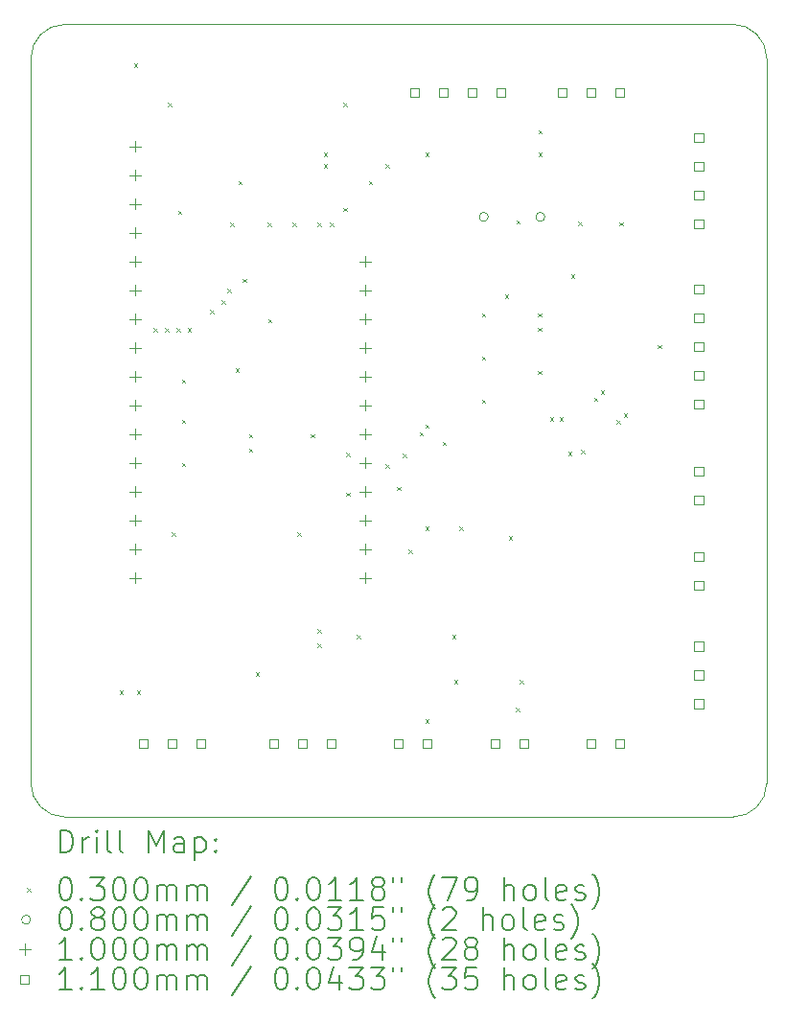
<source format=gbr>
%TF.GenerationSoftware,KiCad,Pcbnew,8.0.6*%
%TF.CreationDate,2025-01-17T16:43:45-08:00*%
%TF.ProjectId,AudioLux,41756469-6f4c-4757-982e-6b696361645f,rev?*%
%TF.SameCoordinates,Original*%
%TF.FileFunction,Drillmap*%
%TF.FilePolarity,Positive*%
%FSLAX45Y45*%
G04 Gerber Fmt 4.5, Leading zero omitted, Abs format (unit mm)*
G04 Created by KiCad (PCBNEW 8.0.6) date 2025-01-17 16:43:45*
%MOMM*%
%LPD*%
G01*
G04 APERTURE LIST*
%ADD10C,0.050000*%
%ADD11C,0.200000*%
%ADD12C,0.100000*%
%ADD13C,0.110000*%
G04 APERTURE END LIST*
D10*
X16500000Y-11700000D02*
G75*
G02*
X16200000Y-12000000I-300000J0D01*
G01*
X16500000Y-5300000D02*
X16500000Y-11700000D01*
X10300000Y-12000000D02*
G75*
G02*
X10000000Y-11700000I0J300000D01*
G01*
X10000000Y-5300000D02*
G75*
G02*
X10300000Y-5000000I300000J0D01*
G01*
X16200000Y-5000000D02*
G75*
G02*
X16500000Y-5300000I0J-300000D01*
G01*
X10300000Y-5000000D02*
X16200000Y-5000000D01*
X10000000Y-11700000D02*
X10000000Y-5300000D01*
X16200000Y-12000000D02*
X10300000Y-12000000D01*
D11*
D12*
X10785000Y-10885000D02*
X10815000Y-10915000D01*
X10815000Y-10885000D02*
X10785000Y-10915000D01*
X10910440Y-5345000D02*
X10940440Y-5375000D01*
X10940440Y-5345000D02*
X10910440Y-5375000D01*
X10935000Y-10885000D02*
X10965000Y-10915000D01*
X10965000Y-10885000D02*
X10935000Y-10915000D01*
X11085000Y-7685000D02*
X11115000Y-7715000D01*
X11115000Y-7685000D02*
X11085000Y-7715000D01*
X11185000Y-7685000D02*
X11215000Y-7715000D01*
X11215000Y-7685000D02*
X11185000Y-7715000D01*
X11210000Y-5691250D02*
X11240000Y-5721250D01*
X11240000Y-5691250D02*
X11210000Y-5721250D01*
X11246000Y-9484600D02*
X11276000Y-9514600D01*
X11276000Y-9484600D02*
X11246000Y-9514600D01*
X11285000Y-7685000D02*
X11315000Y-7715000D01*
X11315000Y-7685000D02*
X11285000Y-7715000D01*
X11300000Y-6646250D02*
X11330000Y-6676250D01*
X11330000Y-6646250D02*
X11300000Y-6676250D01*
X11335000Y-8134600D02*
X11365000Y-8164600D01*
X11365000Y-8134600D02*
X11335000Y-8164600D01*
X11335000Y-8490200D02*
X11365000Y-8520200D01*
X11365000Y-8490200D02*
X11335000Y-8520200D01*
X11335000Y-8871200D02*
X11365000Y-8901200D01*
X11365000Y-8871200D02*
X11335000Y-8901200D01*
X11385000Y-7685000D02*
X11415000Y-7715000D01*
X11415000Y-7685000D02*
X11385000Y-7715000D01*
X11585000Y-7520600D02*
X11615000Y-7550600D01*
X11615000Y-7520600D02*
X11585000Y-7550600D01*
X11685000Y-7435000D02*
X11715000Y-7465000D01*
X11715000Y-7435000D02*
X11685000Y-7465000D01*
X11735000Y-7335000D02*
X11765000Y-7365000D01*
X11765000Y-7335000D02*
X11735000Y-7365000D01*
X11760000Y-6751250D02*
X11790000Y-6781250D01*
X11790000Y-6751250D02*
X11760000Y-6781250D01*
X11806000Y-8040600D02*
X11836000Y-8070600D01*
X11836000Y-8040600D02*
X11806000Y-8070600D01*
X11835000Y-6385000D02*
X11865000Y-6415000D01*
X11865000Y-6385000D02*
X11835000Y-6415000D01*
X11871538Y-7248462D02*
X11901538Y-7278462D01*
X11901538Y-7248462D02*
X11871538Y-7278462D01*
X11926085Y-8617600D02*
X11956085Y-8647600D01*
X11956085Y-8617600D02*
X11926085Y-8647600D01*
X11926085Y-8744600D02*
X11956085Y-8774600D01*
X11956085Y-8744600D02*
X11926085Y-8774600D01*
X11984970Y-10721600D02*
X12014970Y-10751600D01*
X12014970Y-10721600D02*
X11984970Y-10751600D01*
X12090000Y-6751250D02*
X12120000Y-6781250D01*
X12120000Y-6751250D02*
X12090000Y-6781250D01*
X12097040Y-7601200D02*
X12127040Y-7631200D01*
X12127040Y-7601200D02*
X12097040Y-7631200D01*
X12310000Y-6751250D02*
X12340000Y-6781250D01*
X12340000Y-6751250D02*
X12310000Y-6781250D01*
X12354800Y-9484600D02*
X12384800Y-9514600D01*
X12384800Y-9484600D02*
X12354800Y-9514600D01*
X12470915Y-8617600D02*
X12500915Y-8647600D01*
X12500915Y-8617600D02*
X12470915Y-8647600D01*
X12529800Y-10340600D02*
X12559800Y-10370600D01*
X12559800Y-10340600D02*
X12529800Y-10370600D01*
X12529800Y-10467600D02*
X12559800Y-10497600D01*
X12559800Y-10467600D02*
X12529800Y-10497600D01*
X12530000Y-6751250D02*
X12560000Y-6781250D01*
X12560000Y-6751250D02*
X12530000Y-6781250D01*
X12585000Y-6135000D02*
X12615000Y-6165000D01*
X12615000Y-6135000D02*
X12585000Y-6165000D01*
X12585000Y-6235000D02*
X12615000Y-6265000D01*
X12615000Y-6235000D02*
X12585000Y-6265000D01*
X12640000Y-6751250D02*
X12670000Y-6781250D01*
X12670000Y-6751250D02*
X12640000Y-6781250D01*
X12760000Y-5691250D02*
X12790000Y-5721250D01*
X12790000Y-5691250D02*
X12760000Y-5721250D01*
X12760000Y-6621250D02*
X12790000Y-6651250D01*
X12790000Y-6621250D02*
X12760000Y-6651250D01*
X12785000Y-8785000D02*
X12815000Y-8815000D01*
X12815000Y-8785000D02*
X12785000Y-8815000D01*
X12785000Y-9135000D02*
X12815000Y-9165000D01*
X12815000Y-9135000D02*
X12785000Y-9165000D01*
X12879800Y-10390600D02*
X12909800Y-10420600D01*
X12909800Y-10390600D02*
X12879800Y-10420600D01*
X12985000Y-6385000D02*
X13015000Y-6415000D01*
X13015000Y-6385000D02*
X12985000Y-6415000D01*
X13135000Y-6235000D02*
X13165000Y-6265000D01*
X13165000Y-6235000D02*
X13135000Y-6265000D01*
X13135000Y-8885000D02*
X13165000Y-8915000D01*
X13165000Y-8885000D02*
X13135000Y-8915000D01*
X13235000Y-9085000D02*
X13265000Y-9115000D01*
X13265000Y-9085000D02*
X13235000Y-9115000D01*
X13284800Y-8790600D02*
X13314800Y-8820600D01*
X13314800Y-8790600D02*
X13284800Y-8820600D01*
X13336140Y-9637000D02*
X13366140Y-9667000D01*
X13366140Y-9637000D02*
X13336140Y-9667000D01*
X13435000Y-8601960D02*
X13465000Y-8631960D01*
X13465000Y-8601960D02*
X13435000Y-8631960D01*
X13485000Y-6135000D02*
X13515000Y-6165000D01*
X13515000Y-6135000D02*
X13485000Y-6165000D01*
X13485000Y-8535000D02*
X13515000Y-8565000D01*
X13515000Y-8535000D02*
X13485000Y-8565000D01*
X13485000Y-9435000D02*
X13515000Y-9465000D01*
X13515000Y-9435000D02*
X13485000Y-9465000D01*
X13485000Y-11135000D02*
X13515000Y-11165000D01*
X13515000Y-11135000D02*
X13485000Y-11165000D01*
X13635000Y-8685000D02*
X13665000Y-8715000D01*
X13665000Y-8685000D02*
X13635000Y-8715000D01*
X13722300Y-10390600D02*
X13752300Y-10420600D01*
X13752300Y-10390600D02*
X13722300Y-10420600D01*
X13736800Y-10790600D02*
X13766800Y-10820600D01*
X13766800Y-10790600D02*
X13736800Y-10820600D01*
X13785000Y-9435000D02*
X13815000Y-9465000D01*
X13815000Y-9435000D02*
X13785000Y-9465000D01*
X13985000Y-7550000D02*
X14015000Y-7580000D01*
X14015000Y-7550000D02*
X13985000Y-7580000D01*
X13985000Y-7931000D02*
X14015000Y-7961000D01*
X14015000Y-7931000D02*
X13985000Y-7961000D01*
X13985000Y-8312000D02*
X14015000Y-8342000D01*
X14015000Y-8312000D02*
X13985000Y-8342000D01*
X14185000Y-7385000D02*
X14215000Y-7415000D01*
X14215000Y-7385000D02*
X14185000Y-7415000D01*
X14222280Y-9521440D02*
X14252280Y-9551440D01*
X14252280Y-9521440D02*
X14222280Y-9551440D01*
X14285000Y-11035000D02*
X14315000Y-11065000D01*
X14315000Y-11035000D02*
X14285000Y-11065000D01*
X14289867Y-6730132D02*
X14319867Y-6760132D01*
X14319867Y-6730132D02*
X14289867Y-6760132D01*
X14318100Y-10790160D02*
X14348100Y-10820160D01*
X14348100Y-10790160D02*
X14318100Y-10820160D01*
X14477760Y-7550000D02*
X14507760Y-7580000D01*
X14507760Y-7550000D02*
X14477760Y-7580000D01*
X14477760Y-7677000D02*
X14507760Y-7707000D01*
X14507760Y-7677000D02*
X14477760Y-7707000D01*
X14477760Y-8058000D02*
X14507760Y-8088000D01*
X14507760Y-8058000D02*
X14477760Y-8088000D01*
X14485000Y-5935000D02*
X14515000Y-5965000D01*
X14515000Y-5935000D02*
X14485000Y-5965000D01*
X14485000Y-6135000D02*
X14515000Y-6165000D01*
X14515000Y-6135000D02*
X14485000Y-6165000D01*
X14585000Y-8470000D02*
X14615000Y-8500000D01*
X14615000Y-8470000D02*
X14585000Y-8500000D01*
X14670000Y-8470000D02*
X14700000Y-8500000D01*
X14700000Y-8470000D02*
X14670000Y-8500000D01*
X14746500Y-8773500D02*
X14776500Y-8803500D01*
X14776500Y-8773500D02*
X14746500Y-8803500D01*
X14769735Y-7210000D02*
X14799735Y-7240000D01*
X14799735Y-7210000D02*
X14769735Y-7240000D01*
X14835000Y-6745038D02*
X14865000Y-6775038D01*
X14865000Y-6745038D02*
X14835000Y-6775038D01*
X14860000Y-8760000D02*
X14890000Y-8790000D01*
X14890000Y-8760000D02*
X14860000Y-8790000D01*
X14972500Y-8297500D02*
X15002500Y-8327500D01*
X15002500Y-8297500D02*
X14972500Y-8327500D01*
X15035000Y-8235000D02*
X15065000Y-8265000D01*
X15065000Y-8235000D02*
X15035000Y-8265000D01*
X15172500Y-8497500D02*
X15202500Y-8527500D01*
X15202500Y-8497500D02*
X15172500Y-8527500D01*
X15197000Y-6747000D02*
X15227000Y-6777000D01*
X15227000Y-6747000D02*
X15197000Y-6777000D01*
X15235000Y-8435000D02*
X15265000Y-8465000D01*
X15265000Y-8435000D02*
X15235000Y-8465000D01*
X15539000Y-7831000D02*
X15569000Y-7861000D01*
X15569000Y-7831000D02*
X15539000Y-7861000D01*
X14040000Y-6700000D02*
G75*
G02*
X13960000Y-6700000I-40000J0D01*
G01*
X13960000Y-6700000D02*
G75*
G02*
X14040000Y-6700000I40000J0D01*
G01*
X14540000Y-6700000D02*
G75*
G02*
X14460000Y-6700000I-40000J0D01*
G01*
X14460000Y-6700000D02*
G75*
G02*
X14540000Y-6700000I40000J0D01*
G01*
X10922000Y-6026600D02*
X10922000Y-6126600D01*
X10872000Y-6076600D02*
X10972000Y-6076600D01*
X10922000Y-6280600D02*
X10922000Y-6380600D01*
X10872000Y-6330600D02*
X10972000Y-6330600D01*
X10922000Y-6534600D02*
X10922000Y-6634600D01*
X10872000Y-6584600D02*
X10972000Y-6584600D01*
X10922000Y-6788600D02*
X10922000Y-6888600D01*
X10872000Y-6838600D02*
X10972000Y-6838600D01*
X10922000Y-7042600D02*
X10922000Y-7142600D01*
X10872000Y-7092600D02*
X10972000Y-7092600D01*
X10922000Y-7296600D02*
X10922000Y-7396600D01*
X10872000Y-7346600D02*
X10972000Y-7346600D01*
X10922000Y-7550600D02*
X10922000Y-7650600D01*
X10872000Y-7600600D02*
X10972000Y-7600600D01*
X10922000Y-7804600D02*
X10922000Y-7904600D01*
X10872000Y-7854600D02*
X10972000Y-7854600D01*
X10922000Y-8058600D02*
X10922000Y-8158600D01*
X10872000Y-8108600D02*
X10972000Y-8108600D01*
X10922000Y-8312600D02*
X10922000Y-8412600D01*
X10872000Y-8362600D02*
X10972000Y-8362600D01*
X10922000Y-8566600D02*
X10922000Y-8666600D01*
X10872000Y-8616600D02*
X10972000Y-8616600D01*
X10922000Y-8820600D02*
X10922000Y-8920600D01*
X10872000Y-8870600D02*
X10972000Y-8870600D01*
X10922000Y-9074600D02*
X10922000Y-9174600D01*
X10872000Y-9124600D02*
X10972000Y-9124600D01*
X10922000Y-9328600D02*
X10922000Y-9428600D01*
X10872000Y-9378600D02*
X10972000Y-9378600D01*
X10922000Y-9582600D02*
X10922000Y-9682600D01*
X10872000Y-9632600D02*
X10972000Y-9632600D01*
X10922000Y-9836600D02*
X10922000Y-9936600D01*
X10872000Y-9886600D02*
X10972000Y-9886600D01*
X12954580Y-7042960D02*
X12954580Y-7142960D01*
X12904580Y-7092960D02*
X13004580Y-7092960D01*
X12954580Y-7296960D02*
X12954580Y-7396960D01*
X12904580Y-7346960D02*
X13004580Y-7346960D01*
X12954580Y-7550960D02*
X12954580Y-7650960D01*
X12904580Y-7600960D02*
X13004580Y-7600960D01*
X12954580Y-7804960D02*
X12954580Y-7904960D01*
X12904580Y-7854960D02*
X13004580Y-7854960D01*
X12954580Y-8058960D02*
X12954580Y-8158960D01*
X12904580Y-8108960D02*
X13004580Y-8108960D01*
X12954580Y-8312960D02*
X12954580Y-8412960D01*
X12904580Y-8362960D02*
X13004580Y-8362960D01*
X12954580Y-8566960D02*
X12954580Y-8666960D01*
X12904580Y-8616960D02*
X13004580Y-8616960D01*
X12954580Y-8820960D02*
X12954580Y-8920960D01*
X12904580Y-8870960D02*
X13004580Y-8870960D01*
X12954580Y-9074960D02*
X12954580Y-9174960D01*
X12904580Y-9124960D02*
X13004580Y-9124960D01*
X12954580Y-9328960D02*
X12954580Y-9428960D01*
X12904580Y-9378960D02*
X13004580Y-9378960D01*
X12954580Y-9582960D02*
X12954580Y-9682960D01*
X12904580Y-9632960D02*
X13004580Y-9632960D01*
X12954580Y-9836960D02*
X12954580Y-9936960D01*
X12904580Y-9886960D02*
X13004580Y-9886960D01*
D13*
X11030891Y-11388891D02*
X11030891Y-11311109D01*
X10953109Y-11311109D01*
X10953109Y-11388891D01*
X11030891Y-11388891D01*
X11284891Y-11388891D02*
X11284891Y-11311109D01*
X11207109Y-11311109D01*
X11207109Y-11388891D01*
X11284891Y-11388891D01*
X11538891Y-11388891D02*
X11538891Y-11311109D01*
X11461109Y-11311109D01*
X11461109Y-11388891D01*
X11538891Y-11388891D01*
X12180891Y-11388891D02*
X12180891Y-11311109D01*
X12103109Y-11311109D01*
X12103109Y-11388891D01*
X12180891Y-11388891D01*
X12434891Y-11388891D02*
X12434891Y-11311109D01*
X12357109Y-11311109D01*
X12357109Y-11388891D01*
X12434891Y-11388891D01*
X12688891Y-11388891D02*
X12688891Y-11311109D01*
X12611109Y-11311109D01*
X12611109Y-11388891D01*
X12688891Y-11388891D01*
X13284891Y-11388891D02*
X13284891Y-11311109D01*
X13207109Y-11311109D01*
X13207109Y-11388891D01*
X13284891Y-11388891D01*
X13426891Y-5638891D02*
X13426891Y-5561109D01*
X13349109Y-5561109D01*
X13349109Y-5638891D01*
X13426891Y-5638891D01*
X13538891Y-11388891D02*
X13538891Y-11311109D01*
X13461109Y-11311109D01*
X13461109Y-11388891D01*
X13538891Y-11388891D01*
X13680891Y-5638891D02*
X13680891Y-5561109D01*
X13603109Y-5561109D01*
X13603109Y-5638891D01*
X13680891Y-5638891D01*
X13934891Y-5638891D02*
X13934891Y-5561109D01*
X13857109Y-5561109D01*
X13857109Y-5638891D01*
X13934891Y-5638891D01*
X14138891Y-11388891D02*
X14138891Y-11311109D01*
X14061109Y-11311109D01*
X14061109Y-11388891D01*
X14138891Y-11388891D01*
X14188891Y-5638891D02*
X14188891Y-5561109D01*
X14111109Y-5561109D01*
X14111109Y-5638891D01*
X14188891Y-5638891D01*
X14392891Y-11388891D02*
X14392891Y-11311109D01*
X14315109Y-11311109D01*
X14315109Y-11388891D01*
X14392891Y-11388891D01*
X14730891Y-5638891D02*
X14730891Y-5561109D01*
X14653109Y-5561109D01*
X14653109Y-5638891D01*
X14730891Y-5638891D01*
X14984891Y-5638891D02*
X14984891Y-5561109D01*
X14907109Y-5561109D01*
X14907109Y-5638891D01*
X14984891Y-5638891D01*
X14984891Y-11388891D02*
X14984891Y-11311109D01*
X14907109Y-11311109D01*
X14907109Y-11388891D01*
X14984891Y-11388891D01*
X15238891Y-5638891D02*
X15238891Y-5561109D01*
X15161109Y-5561109D01*
X15161109Y-5638891D01*
X15238891Y-5638891D01*
X15238891Y-11388891D02*
X15238891Y-11311109D01*
X15161109Y-11311109D01*
X15161109Y-11388891D01*
X15238891Y-11388891D01*
X15938891Y-6038891D02*
X15938891Y-5961109D01*
X15861109Y-5961109D01*
X15861109Y-6038891D01*
X15938891Y-6038891D01*
X15938891Y-6292891D02*
X15938891Y-6215109D01*
X15861109Y-6215109D01*
X15861109Y-6292891D01*
X15938891Y-6292891D01*
X15938891Y-6546891D02*
X15938891Y-6469109D01*
X15861109Y-6469109D01*
X15861109Y-6546891D01*
X15938891Y-6546891D01*
X15938891Y-6800891D02*
X15938891Y-6723109D01*
X15861109Y-6723109D01*
X15861109Y-6800891D01*
X15938891Y-6800891D01*
X15938891Y-7376891D02*
X15938891Y-7299109D01*
X15861109Y-7299109D01*
X15861109Y-7376891D01*
X15938891Y-7376891D01*
X15938891Y-7630891D02*
X15938891Y-7553109D01*
X15861109Y-7553109D01*
X15861109Y-7630891D01*
X15938891Y-7630891D01*
X15938891Y-7884891D02*
X15938891Y-7807109D01*
X15861109Y-7807109D01*
X15861109Y-7884891D01*
X15938891Y-7884891D01*
X15938891Y-8138891D02*
X15938891Y-8061109D01*
X15861109Y-8061109D01*
X15861109Y-8138891D01*
X15938891Y-8138891D01*
X15938891Y-8392891D02*
X15938891Y-8315109D01*
X15861109Y-8315109D01*
X15861109Y-8392891D01*
X15938891Y-8392891D01*
X15938891Y-8984891D02*
X15938891Y-8907109D01*
X15861109Y-8907109D01*
X15861109Y-8984891D01*
X15938891Y-8984891D01*
X15938891Y-9238891D02*
X15938891Y-9161109D01*
X15861109Y-9161109D01*
X15861109Y-9238891D01*
X15938891Y-9238891D01*
X15938891Y-9738891D02*
X15938891Y-9661109D01*
X15861109Y-9661109D01*
X15861109Y-9738891D01*
X15938891Y-9738891D01*
X15938891Y-9992891D02*
X15938891Y-9915109D01*
X15861109Y-9915109D01*
X15861109Y-9992891D01*
X15938891Y-9992891D01*
X15938891Y-10530891D02*
X15938891Y-10453109D01*
X15861109Y-10453109D01*
X15861109Y-10530891D01*
X15938891Y-10530891D01*
X15938891Y-10784891D02*
X15938891Y-10707109D01*
X15861109Y-10707109D01*
X15861109Y-10784891D01*
X15938891Y-10784891D01*
X15938891Y-11038891D02*
X15938891Y-10961109D01*
X15861109Y-10961109D01*
X15861109Y-11038891D01*
X15938891Y-11038891D01*
D11*
X10258277Y-12313984D02*
X10258277Y-12113984D01*
X10258277Y-12113984D02*
X10305896Y-12113984D01*
X10305896Y-12113984D02*
X10334467Y-12123508D01*
X10334467Y-12123508D02*
X10353515Y-12142555D01*
X10353515Y-12142555D02*
X10363039Y-12161603D01*
X10363039Y-12161603D02*
X10372563Y-12199698D01*
X10372563Y-12199698D02*
X10372563Y-12228269D01*
X10372563Y-12228269D02*
X10363039Y-12266365D01*
X10363039Y-12266365D02*
X10353515Y-12285412D01*
X10353515Y-12285412D02*
X10334467Y-12304460D01*
X10334467Y-12304460D02*
X10305896Y-12313984D01*
X10305896Y-12313984D02*
X10258277Y-12313984D01*
X10458277Y-12313984D02*
X10458277Y-12180650D01*
X10458277Y-12218746D02*
X10467801Y-12199698D01*
X10467801Y-12199698D02*
X10477324Y-12190174D01*
X10477324Y-12190174D02*
X10496372Y-12180650D01*
X10496372Y-12180650D02*
X10515420Y-12180650D01*
X10582086Y-12313984D02*
X10582086Y-12180650D01*
X10582086Y-12113984D02*
X10572563Y-12123508D01*
X10572563Y-12123508D02*
X10582086Y-12133031D01*
X10582086Y-12133031D02*
X10591610Y-12123508D01*
X10591610Y-12123508D02*
X10582086Y-12113984D01*
X10582086Y-12113984D02*
X10582086Y-12133031D01*
X10705896Y-12313984D02*
X10686848Y-12304460D01*
X10686848Y-12304460D02*
X10677324Y-12285412D01*
X10677324Y-12285412D02*
X10677324Y-12113984D01*
X10810658Y-12313984D02*
X10791610Y-12304460D01*
X10791610Y-12304460D02*
X10782086Y-12285412D01*
X10782086Y-12285412D02*
X10782086Y-12113984D01*
X11039229Y-12313984D02*
X11039229Y-12113984D01*
X11039229Y-12113984D02*
X11105896Y-12256841D01*
X11105896Y-12256841D02*
X11172563Y-12113984D01*
X11172563Y-12113984D02*
X11172563Y-12313984D01*
X11353515Y-12313984D02*
X11353515Y-12209222D01*
X11353515Y-12209222D02*
X11343991Y-12190174D01*
X11343991Y-12190174D02*
X11324943Y-12180650D01*
X11324943Y-12180650D02*
X11286848Y-12180650D01*
X11286848Y-12180650D02*
X11267801Y-12190174D01*
X11353515Y-12304460D02*
X11334467Y-12313984D01*
X11334467Y-12313984D02*
X11286848Y-12313984D01*
X11286848Y-12313984D02*
X11267801Y-12304460D01*
X11267801Y-12304460D02*
X11258277Y-12285412D01*
X11258277Y-12285412D02*
X11258277Y-12266365D01*
X11258277Y-12266365D02*
X11267801Y-12247317D01*
X11267801Y-12247317D02*
X11286848Y-12237793D01*
X11286848Y-12237793D02*
X11334467Y-12237793D01*
X11334467Y-12237793D02*
X11353515Y-12228269D01*
X11448753Y-12180650D02*
X11448753Y-12380650D01*
X11448753Y-12190174D02*
X11467801Y-12180650D01*
X11467801Y-12180650D02*
X11505896Y-12180650D01*
X11505896Y-12180650D02*
X11524943Y-12190174D01*
X11524943Y-12190174D02*
X11534467Y-12199698D01*
X11534467Y-12199698D02*
X11543991Y-12218746D01*
X11543991Y-12218746D02*
X11543991Y-12275888D01*
X11543991Y-12275888D02*
X11534467Y-12294936D01*
X11534467Y-12294936D02*
X11524943Y-12304460D01*
X11524943Y-12304460D02*
X11505896Y-12313984D01*
X11505896Y-12313984D02*
X11467801Y-12313984D01*
X11467801Y-12313984D02*
X11448753Y-12304460D01*
X11629705Y-12294936D02*
X11639229Y-12304460D01*
X11639229Y-12304460D02*
X11629705Y-12313984D01*
X11629705Y-12313984D02*
X11620182Y-12304460D01*
X11620182Y-12304460D02*
X11629705Y-12294936D01*
X11629705Y-12294936D02*
X11629705Y-12313984D01*
X11629705Y-12190174D02*
X11639229Y-12199698D01*
X11639229Y-12199698D02*
X11629705Y-12209222D01*
X11629705Y-12209222D02*
X11620182Y-12199698D01*
X11620182Y-12199698D02*
X11629705Y-12190174D01*
X11629705Y-12190174D02*
X11629705Y-12209222D01*
D12*
X9967500Y-12627500D02*
X9997500Y-12657500D01*
X9997500Y-12627500D02*
X9967500Y-12657500D01*
D11*
X10296372Y-12533984D02*
X10315420Y-12533984D01*
X10315420Y-12533984D02*
X10334467Y-12543508D01*
X10334467Y-12543508D02*
X10343991Y-12553031D01*
X10343991Y-12553031D02*
X10353515Y-12572079D01*
X10353515Y-12572079D02*
X10363039Y-12610174D01*
X10363039Y-12610174D02*
X10363039Y-12657793D01*
X10363039Y-12657793D02*
X10353515Y-12695888D01*
X10353515Y-12695888D02*
X10343991Y-12714936D01*
X10343991Y-12714936D02*
X10334467Y-12724460D01*
X10334467Y-12724460D02*
X10315420Y-12733984D01*
X10315420Y-12733984D02*
X10296372Y-12733984D01*
X10296372Y-12733984D02*
X10277324Y-12724460D01*
X10277324Y-12724460D02*
X10267801Y-12714936D01*
X10267801Y-12714936D02*
X10258277Y-12695888D01*
X10258277Y-12695888D02*
X10248753Y-12657793D01*
X10248753Y-12657793D02*
X10248753Y-12610174D01*
X10248753Y-12610174D02*
X10258277Y-12572079D01*
X10258277Y-12572079D02*
X10267801Y-12553031D01*
X10267801Y-12553031D02*
X10277324Y-12543508D01*
X10277324Y-12543508D02*
X10296372Y-12533984D01*
X10448753Y-12714936D02*
X10458277Y-12724460D01*
X10458277Y-12724460D02*
X10448753Y-12733984D01*
X10448753Y-12733984D02*
X10439229Y-12724460D01*
X10439229Y-12724460D02*
X10448753Y-12714936D01*
X10448753Y-12714936D02*
X10448753Y-12733984D01*
X10524944Y-12533984D02*
X10648753Y-12533984D01*
X10648753Y-12533984D02*
X10582086Y-12610174D01*
X10582086Y-12610174D02*
X10610658Y-12610174D01*
X10610658Y-12610174D02*
X10629705Y-12619698D01*
X10629705Y-12619698D02*
X10639229Y-12629222D01*
X10639229Y-12629222D02*
X10648753Y-12648269D01*
X10648753Y-12648269D02*
X10648753Y-12695888D01*
X10648753Y-12695888D02*
X10639229Y-12714936D01*
X10639229Y-12714936D02*
X10629705Y-12724460D01*
X10629705Y-12724460D02*
X10610658Y-12733984D01*
X10610658Y-12733984D02*
X10553515Y-12733984D01*
X10553515Y-12733984D02*
X10534467Y-12724460D01*
X10534467Y-12724460D02*
X10524944Y-12714936D01*
X10772563Y-12533984D02*
X10791610Y-12533984D01*
X10791610Y-12533984D02*
X10810658Y-12543508D01*
X10810658Y-12543508D02*
X10820182Y-12553031D01*
X10820182Y-12553031D02*
X10829705Y-12572079D01*
X10829705Y-12572079D02*
X10839229Y-12610174D01*
X10839229Y-12610174D02*
X10839229Y-12657793D01*
X10839229Y-12657793D02*
X10829705Y-12695888D01*
X10829705Y-12695888D02*
X10820182Y-12714936D01*
X10820182Y-12714936D02*
X10810658Y-12724460D01*
X10810658Y-12724460D02*
X10791610Y-12733984D01*
X10791610Y-12733984D02*
X10772563Y-12733984D01*
X10772563Y-12733984D02*
X10753515Y-12724460D01*
X10753515Y-12724460D02*
X10743991Y-12714936D01*
X10743991Y-12714936D02*
X10734467Y-12695888D01*
X10734467Y-12695888D02*
X10724944Y-12657793D01*
X10724944Y-12657793D02*
X10724944Y-12610174D01*
X10724944Y-12610174D02*
X10734467Y-12572079D01*
X10734467Y-12572079D02*
X10743991Y-12553031D01*
X10743991Y-12553031D02*
X10753515Y-12543508D01*
X10753515Y-12543508D02*
X10772563Y-12533984D01*
X10963039Y-12533984D02*
X10982086Y-12533984D01*
X10982086Y-12533984D02*
X11001134Y-12543508D01*
X11001134Y-12543508D02*
X11010658Y-12553031D01*
X11010658Y-12553031D02*
X11020182Y-12572079D01*
X11020182Y-12572079D02*
X11029705Y-12610174D01*
X11029705Y-12610174D02*
X11029705Y-12657793D01*
X11029705Y-12657793D02*
X11020182Y-12695888D01*
X11020182Y-12695888D02*
X11010658Y-12714936D01*
X11010658Y-12714936D02*
X11001134Y-12724460D01*
X11001134Y-12724460D02*
X10982086Y-12733984D01*
X10982086Y-12733984D02*
X10963039Y-12733984D01*
X10963039Y-12733984D02*
X10943991Y-12724460D01*
X10943991Y-12724460D02*
X10934467Y-12714936D01*
X10934467Y-12714936D02*
X10924944Y-12695888D01*
X10924944Y-12695888D02*
X10915420Y-12657793D01*
X10915420Y-12657793D02*
X10915420Y-12610174D01*
X10915420Y-12610174D02*
X10924944Y-12572079D01*
X10924944Y-12572079D02*
X10934467Y-12553031D01*
X10934467Y-12553031D02*
X10943991Y-12543508D01*
X10943991Y-12543508D02*
X10963039Y-12533984D01*
X11115420Y-12733984D02*
X11115420Y-12600650D01*
X11115420Y-12619698D02*
X11124944Y-12610174D01*
X11124944Y-12610174D02*
X11143991Y-12600650D01*
X11143991Y-12600650D02*
X11172563Y-12600650D01*
X11172563Y-12600650D02*
X11191610Y-12610174D01*
X11191610Y-12610174D02*
X11201134Y-12629222D01*
X11201134Y-12629222D02*
X11201134Y-12733984D01*
X11201134Y-12629222D02*
X11210658Y-12610174D01*
X11210658Y-12610174D02*
X11229705Y-12600650D01*
X11229705Y-12600650D02*
X11258277Y-12600650D01*
X11258277Y-12600650D02*
X11277324Y-12610174D01*
X11277324Y-12610174D02*
X11286848Y-12629222D01*
X11286848Y-12629222D02*
X11286848Y-12733984D01*
X11382086Y-12733984D02*
X11382086Y-12600650D01*
X11382086Y-12619698D02*
X11391610Y-12610174D01*
X11391610Y-12610174D02*
X11410658Y-12600650D01*
X11410658Y-12600650D02*
X11439229Y-12600650D01*
X11439229Y-12600650D02*
X11458277Y-12610174D01*
X11458277Y-12610174D02*
X11467801Y-12629222D01*
X11467801Y-12629222D02*
X11467801Y-12733984D01*
X11467801Y-12629222D02*
X11477324Y-12610174D01*
X11477324Y-12610174D02*
X11496372Y-12600650D01*
X11496372Y-12600650D02*
X11524943Y-12600650D01*
X11524943Y-12600650D02*
X11543991Y-12610174D01*
X11543991Y-12610174D02*
X11553515Y-12629222D01*
X11553515Y-12629222D02*
X11553515Y-12733984D01*
X11943991Y-12524460D02*
X11772563Y-12781603D01*
X12201134Y-12533984D02*
X12220182Y-12533984D01*
X12220182Y-12533984D02*
X12239229Y-12543508D01*
X12239229Y-12543508D02*
X12248753Y-12553031D01*
X12248753Y-12553031D02*
X12258277Y-12572079D01*
X12258277Y-12572079D02*
X12267801Y-12610174D01*
X12267801Y-12610174D02*
X12267801Y-12657793D01*
X12267801Y-12657793D02*
X12258277Y-12695888D01*
X12258277Y-12695888D02*
X12248753Y-12714936D01*
X12248753Y-12714936D02*
X12239229Y-12724460D01*
X12239229Y-12724460D02*
X12220182Y-12733984D01*
X12220182Y-12733984D02*
X12201134Y-12733984D01*
X12201134Y-12733984D02*
X12182086Y-12724460D01*
X12182086Y-12724460D02*
X12172563Y-12714936D01*
X12172563Y-12714936D02*
X12163039Y-12695888D01*
X12163039Y-12695888D02*
X12153515Y-12657793D01*
X12153515Y-12657793D02*
X12153515Y-12610174D01*
X12153515Y-12610174D02*
X12163039Y-12572079D01*
X12163039Y-12572079D02*
X12172563Y-12553031D01*
X12172563Y-12553031D02*
X12182086Y-12543508D01*
X12182086Y-12543508D02*
X12201134Y-12533984D01*
X12353515Y-12714936D02*
X12363039Y-12724460D01*
X12363039Y-12724460D02*
X12353515Y-12733984D01*
X12353515Y-12733984D02*
X12343991Y-12724460D01*
X12343991Y-12724460D02*
X12353515Y-12714936D01*
X12353515Y-12714936D02*
X12353515Y-12733984D01*
X12486848Y-12533984D02*
X12505896Y-12533984D01*
X12505896Y-12533984D02*
X12524944Y-12543508D01*
X12524944Y-12543508D02*
X12534467Y-12553031D01*
X12534467Y-12553031D02*
X12543991Y-12572079D01*
X12543991Y-12572079D02*
X12553515Y-12610174D01*
X12553515Y-12610174D02*
X12553515Y-12657793D01*
X12553515Y-12657793D02*
X12543991Y-12695888D01*
X12543991Y-12695888D02*
X12534467Y-12714936D01*
X12534467Y-12714936D02*
X12524944Y-12724460D01*
X12524944Y-12724460D02*
X12505896Y-12733984D01*
X12505896Y-12733984D02*
X12486848Y-12733984D01*
X12486848Y-12733984D02*
X12467801Y-12724460D01*
X12467801Y-12724460D02*
X12458277Y-12714936D01*
X12458277Y-12714936D02*
X12448753Y-12695888D01*
X12448753Y-12695888D02*
X12439229Y-12657793D01*
X12439229Y-12657793D02*
X12439229Y-12610174D01*
X12439229Y-12610174D02*
X12448753Y-12572079D01*
X12448753Y-12572079D02*
X12458277Y-12553031D01*
X12458277Y-12553031D02*
X12467801Y-12543508D01*
X12467801Y-12543508D02*
X12486848Y-12533984D01*
X12743991Y-12733984D02*
X12629706Y-12733984D01*
X12686848Y-12733984D02*
X12686848Y-12533984D01*
X12686848Y-12533984D02*
X12667801Y-12562555D01*
X12667801Y-12562555D02*
X12648753Y-12581603D01*
X12648753Y-12581603D02*
X12629706Y-12591127D01*
X12934467Y-12733984D02*
X12820182Y-12733984D01*
X12877325Y-12733984D02*
X12877325Y-12533984D01*
X12877325Y-12533984D02*
X12858277Y-12562555D01*
X12858277Y-12562555D02*
X12839229Y-12581603D01*
X12839229Y-12581603D02*
X12820182Y-12591127D01*
X13048753Y-12619698D02*
X13029706Y-12610174D01*
X13029706Y-12610174D02*
X13020182Y-12600650D01*
X13020182Y-12600650D02*
X13010658Y-12581603D01*
X13010658Y-12581603D02*
X13010658Y-12572079D01*
X13010658Y-12572079D02*
X13020182Y-12553031D01*
X13020182Y-12553031D02*
X13029706Y-12543508D01*
X13029706Y-12543508D02*
X13048753Y-12533984D01*
X13048753Y-12533984D02*
X13086848Y-12533984D01*
X13086848Y-12533984D02*
X13105896Y-12543508D01*
X13105896Y-12543508D02*
X13115420Y-12553031D01*
X13115420Y-12553031D02*
X13124944Y-12572079D01*
X13124944Y-12572079D02*
X13124944Y-12581603D01*
X13124944Y-12581603D02*
X13115420Y-12600650D01*
X13115420Y-12600650D02*
X13105896Y-12610174D01*
X13105896Y-12610174D02*
X13086848Y-12619698D01*
X13086848Y-12619698D02*
X13048753Y-12619698D01*
X13048753Y-12619698D02*
X13029706Y-12629222D01*
X13029706Y-12629222D02*
X13020182Y-12638746D01*
X13020182Y-12638746D02*
X13010658Y-12657793D01*
X13010658Y-12657793D02*
X13010658Y-12695888D01*
X13010658Y-12695888D02*
X13020182Y-12714936D01*
X13020182Y-12714936D02*
X13029706Y-12724460D01*
X13029706Y-12724460D02*
X13048753Y-12733984D01*
X13048753Y-12733984D02*
X13086848Y-12733984D01*
X13086848Y-12733984D02*
X13105896Y-12724460D01*
X13105896Y-12724460D02*
X13115420Y-12714936D01*
X13115420Y-12714936D02*
X13124944Y-12695888D01*
X13124944Y-12695888D02*
X13124944Y-12657793D01*
X13124944Y-12657793D02*
X13115420Y-12638746D01*
X13115420Y-12638746D02*
X13105896Y-12629222D01*
X13105896Y-12629222D02*
X13086848Y-12619698D01*
X13201134Y-12533984D02*
X13201134Y-12572079D01*
X13277325Y-12533984D02*
X13277325Y-12572079D01*
X13572563Y-12810174D02*
X13563039Y-12800650D01*
X13563039Y-12800650D02*
X13543991Y-12772079D01*
X13543991Y-12772079D02*
X13534468Y-12753031D01*
X13534468Y-12753031D02*
X13524944Y-12724460D01*
X13524944Y-12724460D02*
X13515420Y-12676841D01*
X13515420Y-12676841D02*
X13515420Y-12638746D01*
X13515420Y-12638746D02*
X13524944Y-12591127D01*
X13524944Y-12591127D02*
X13534468Y-12562555D01*
X13534468Y-12562555D02*
X13543991Y-12543508D01*
X13543991Y-12543508D02*
X13563039Y-12514936D01*
X13563039Y-12514936D02*
X13572563Y-12505412D01*
X13629706Y-12533984D02*
X13763039Y-12533984D01*
X13763039Y-12533984D02*
X13677325Y-12733984D01*
X13848753Y-12733984D02*
X13886848Y-12733984D01*
X13886848Y-12733984D02*
X13905896Y-12724460D01*
X13905896Y-12724460D02*
X13915420Y-12714936D01*
X13915420Y-12714936D02*
X13934468Y-12686365D01*
X13934468Y-12686365D02*
X13943991Y-12648269D01*
X13943991Y-12648269D02*
X13943991Y-12572079D01*
X13943991Y-12572079D02*
X13934468Y-12553031D01*
X13934468Y-12553031D02*
X13924944Y-12543508D01*
X13924944Y-12543508D02*
X13905896Y-12533984D01*
X13905896Y-12533984D02*
X13867801Y-12533984D01*
X13867801Y-12533984D02*
X13848753Y-12543508D01*
X13848753Y-12543508D02*
X13839229Y-12553031D01*
X13839229Y-12553031D02*
X13829706Y-12572079D01*
X13829706Y-12572079D02*
X13829706Y-12619698D01*
X13829706Y-12619698D02*
X13839229Y-12638746D01*
X13839229Y-12638746D02*
X13848753Y-12648269D01*
X13848753Y-12648269D02*
X13867801Y-12657793D01*
X13867801Y-12657793D02*
X13905896Y-12657793D01*
X13905896Y-12657793D02*
X13924944Y-12648269D01*
X13924944Y-12648269D02*
X13934468Y-12638746D01*
X13934468Y-12638746D02*
X13943991Y-12619698D01*
X14182087Y-12733984D02*
X14182087Y-12533984D01*
X14267801Y-12733984D02*
X14267801Y-12629222D01*
X14267801Y-12629222D02*
X14258277Y-12610174D01*
X14258277Y-12610174D02*
X14239230Y-12600650D01*
X14239230Y-12600650D02*
X14210658Y-12600650D01*
X14210658Y-12600650D02*
X14191610Y-12610174D01*
X14191610Y-12610174D02*
X14182087Y-12619698D01*
X14391610Y-12733984D02*
X14372563Y-12724460D01*
X14372563Y-12724460D02*
X14363039Y-12714936D01*
X14363039Y-12714936D02*
X14353515Y-12695888D01*
X14353515Y-12695888D02*
X14353515Y-12638746D01*
X14353515Y-12638746D02*
X14363039Y-12619698D01*
X14363039Y-12619698D02*
X14372563Y-12610174D01*
X14372563Y-12610174D02*
X14391610Y-12600650D01*
X14391610Y-12600650D02*
X14420182Y-12600650D01*
X14420182Y-12600650D02*
X14439230Y-12610174D01*
X14439230Y-12610174D02*
X14448753Y-12619698D01*
X14448753Y-12619698D02*
X14458277Y-12638746D01*
X14458277Y-12638746D02*
X14458277Y-12695888D01*
X14458277Y-12695888D02*
X14448753Y-12714936D01*
X14448753Y-12714936D02*
X14439230Y-12724460D01*
X14439230Y-12724460D02*
X14420182Y-12733984D01*
X14420182Y-12733984D02*
X14391610Y-12733984D01*
X14572563Y-12733984D02*
X14553515Y-12724460D01*
X14553515Y-12724460D02*
X14543991Y-12705412D01*
X14543991Y-12705412D02*
X14543991Y-12533984D01*
X14724944Y-12724460D02*
X14705896Y-12733984D01*
X14705896Y-12733984D02*
X14667801Y-12733984D01*
X14667801Y-12733984D02*
X14648753Y-12724460D01*
X14648753Y-12724460D02*
X14639230Y-12705412D01*
X14639230Y-12705412D02*
X14639230Y-12629222D01*
X14639230Y-12629222D02*
X14648753Y-12610174D01*
X14648753Y-12610174D02*
X14667801Y-12600650D01*
X14667801Y-12600650D02*
X14705896Y-12600650D01*
X14705896Y-12600650D02*
X14724944Y-12610174D01*
X14724944Y-12610174D02*
X14734468Y-12629222D01*
X14734468Y-12629222D02*
X14734468Y-12648269D01*
X14734468Y-12648269D02*
X14639230Y-12667317D01*
X14810658Y-12724460D02*
X14829706Y-12733984D01*
X14829706Y-12733984D02*
X14867801Y-12733984D01*
X14867801Y-12733984D02*
X14886849Y-12724460D01*
X14886849Y-12724460D02*
X14896372Y-12705412D01*
X14896372Y-12705412D02*
X14896372Y-12695888D01*
X14896372Y-12695888D02*
X14886849Y-12676841D01*
X14886849Y-12676841D02*
X14867801Y-12667317D01*
X14867801Y-12667317D02*
X14839230Y-12667317D01*
X14839230Y-12667317D02*
X14820182Y-12657793D01*
X14820182Y-12657793D02*
X14810658Y-12638746D01*
X14810658Y-12638746D02*
X14810658Y-12629222D01*
X14810658Y-12629222D02*
X14820182Y-12610174D01*
X14820182Y-12610174D02*
X14839230Y-12600650D01*
X14839230Y-12600650D02*
X14867801Y-12600650D01*
X14867801Y-12600650D02*
X14886849Y-12610174D01*
X14963039Y-12810174D02*
X14972563Y-12800650D01*
X14972563Y-12800650D02*
X14991611Y-12772079D01*
X14991611Y-12772079D02*
X15001134Y-12753031D01*
X15001134Y-12753031D02*
X15010658Y-12724460D01*
X15010658Y-12724460D02*
X15020182Y-12676841D01*
X15020182Y-12676841D02*
X15020182Y-12638746D01*
X15020182Y-12638746D02*
X15010658Y-12591127D01*
X15010658Y-12591127D02*
X15001134Y-12562555D01*
X15001134Y-12562555D02*
X14991611Y-12543508D01*
X14991611Y-12543508D02*
X14972563Y-12514936D01*
X14972563Y-12514936D02*
X14963039Y-12505412D01*
D12*
X9997500Y-12906500D02*
G75*
G02*
X9917500Y-12906500I-40000J0D01*
G01*
X9917500Y-12906500D02*
G75*
G02*
X9997500Y-12906500I40000J0D01*
G01*
D11*
X10296372Y-12797984D02*
X10315420Y-12797984D01*
X10315420Y-12797984D02*
X10334467Y-12807508D01*
X10334467Y-12807508D02*
X10343991Y-12817031D01*
X10343991Y-12817031D02*
X10353515Y-12836079D01*
X10353515Y-12836079D02*
X10363039Y-12874174D01*
X10363039Y-12874174D02*
X10363039Y-12921793D01*
X10363039Y-12921793D02*
X10353515Y-12959888D01*
X10353515Y-12959888D02*
X10343991Y-12978936D01*
X10343991Y-12978936D02*
X10334467Y-12988460D01*
X10334467Y-12988460D02*
X10315420Y-12997984D01*
X10315420Y-12997984D02*
X10296372Y-12997984D01*
X10296372Y-12997984D02*
X10277324Y-12988460D01*
X10277324Y-12988460D02*
X10267801Y-12978936D01*
X10267801Y-12978936D02*
X10258277Y-12959888D01*
X10258277Y-12959888D02*
X10248753Y-12921793D01*
X10248753Y-12921793D02*
X10248753Y-12874174D01*
X10248753Y-12874174D02*
X10258277Y-12836079D01*
X10258277Y-12836079D02*
X10267801Y-12817031D01*
X10267801Y-12817031D02*
X10277324Y-12807508D01*
X10277324Y-12807508D02*
X10296372Y-12797984D01*
X10448753Y-12978936D02*
X10458277Y-12988460D01*
X10458277Y-12988460D02*
X10448753Y-12997984D01*
X10448753Y-12997984D02*
X10439229Y-12988460D01*
X10439229Y-12988460D02*
X10448753Y-12978936D01*
X10448753Y-12978936D02*
X10448753Y-12997984D01*
X10572563Y-12883698D02*
X10553515Y-12874174D01*
X10553515Y-12874174D02*
X10543991Y-12864650D01*
X10543991Y-12864650D02*
X10534467Y-12845603D01*
X10534467Y-12845603D02*
X10534467Y-12836079D01*
X10534467Y-12836079D02*
X10543991Y-12817031D01*
X10543991Y-12817031D02*
X10553515Y-12807508D01*
X10553515Y-12807508D02*
X10572563Y-12797984D01*
X10572563Y-12797984D02*
X10610658Y-12797984D01*
X10610658Y-12797984D02*
X10629705Y-12807508D01*
X10629705Y-12807508D02*
X10639229Y-12817031D01*
X10639229Y-12817031D02*
X10648753Y-12836079D01*
X10648753Y-12836079D02*
X10648753Y-12845603D01*
X10648753Y-12845603D02*
X10639229Y-12864650D01*
X10639229Y-12864650D02*
X10629705Y-12874174D01*
X10629705Y-12874174D02*
X10610658Y-12883698D01*
X10610658Y-12883698D02*
X10572563Y-12883698D01*
X10572563Y-12883698D02*
X10553515Y-12893222D01*
X10553515Y-12893222D02*
X10543991Y-12902746D01*
X10543991Y-12902746D02*
X10534467Y-12921793D01*
X10534467Y-12921793D02*
X10534467Y-12959888D01*
X10534467Y-12959888D02*
X10543991Y-12978936D01*
X10543991Y-12978936D02*
X10553515Y-12988460D01*
X10553515Y-12988460D02*
X10572563Y-12997984D01*
X10572563Y-12997984D02*
X10610658Y-12997984D01*
X10610658Y-12997984D02*
X10629705Y-12988460D01*
X10629705Y-12988460D02*
X10639229Y-12978936D01*
X10639229Y-12978936D02*
X10648753Y-12959888D01*
X10648753Y-12959888D02*
X10648753Y-12921793D01*
X10648753Y-12921793D02*
X10639229Y-12902746D01*
X10639229Y-12902746D02*
X10629705Y-12893222D01*
X10629705Y-12893222D02*
X10610658Y-12883698D01*
X10772563Y-12797984D02*
X10791610Y-12797984D01*
X10791610Y-12797984D02*
X10810658Y-12807508D01*
X10810658Y-12807508D02*
X10820182Y-12817031D01*
X10820182Y-12817031D02*
X10829705Y-12836079D01*
X10829705Y-12836079D02*
X10839229Y-12874174D01*
X10839229Y-12874174D02*
X10839229Y-12921793D01*
X10839229Y-12921793D02*
X10829705Y-12959888D01*
X10829705Y-12959888D02*
X10820182Y-12978936D01*
X10820182Y-12978936D02*
X10810658Y-12988460D01*
X10810658Y-12988460D02*
X10791610Y-12997984D01*
X10791610Y-12997984D02*
X10772563Y-12997984D01*
X10772563Y-12997984D02*
X10753515Y-12988460D01*
X10753515Y-12988460D02*
X10743991Y-12978936D01*
X10743991Y-12978936D02*
X10734467Y-12959888D01*
X10734467Y-12959888D02*
X10724944Y-12921793D01*
X10724944Y-12921793D02*
X10724944Y-12874174D01*
X10724944Y-12874174D02*
X10734467Y-12836079D01*
X10734467Y-12836079D02*
X10743991Y-12817031D01*
X10743991Y-12817031D02*
X10753515Y-12807508D01*
X10753515Y-12807508D02*
X10772563Y-12797984D01*
X10963039Y-12797984D02*
X10982086Y-12797984D01*
X10982086Y-12797984D02*
X11001134Y-12807508D01*
X11001134Y-12807508D02*
X11010658Y-12817031D01*
X11010658Y-12817031D02*
X11020182Y-12836079D01*
X11020182Y-12836079D02*
X11029705Y-12874174D01*
X11029705Y-12874174D02*
X11029705Y-12921793D01*
X11029705Y-12921793D02*
X11020182Y-12959888D01*
X11020182Y-12959888D02*
X11010658Y-12978936D01*
X11010658Y-12978936D02*
X11001134Y-12988460D01*
X11001134Y-12988460D02*
X10982086Y-12997984D01*
X10982086Y-12997984D02*
X10963039Y-12997984D01*
X10963039Y-12997984D02*
X10943991Y-12988460D01*
X10943991Y-12988460D02*
X10934467Y-12978936D01*
X10934467Y-12978936D02*
X10924944Y-12959888D01*
X10924944Y-12959888D02*
X10915420Y-12921793D01*
X10915420Y-12921793D02*
X10915420Y-12874174D01*
X10915420Y-12874174D02*
X10924944Y-12836079D01*
X10924944Y-12836079D02*
X10934467Y-12817031D01*
X10934467Y-12817031D02*
X10943991Y-12807508D01*
X10943991Y-12807508D02*
X10963039Y-12797984D01*
X11115420Y-12997984D02*
X11115420Y-12864650D01*
X11115420Y-12883698D02*
X11124944Y-12874174D01*
X11124944Y-12874174D02*
X11143991Y-12864650D01*
X11143991Y-12864650D02*
X11172563Y-12864650D01*
X11172563Y-12864650D02*
X11191610Y-12874174D01*
X11191610Y-12874174D02*
X11201134Y-12893222D01*
X11201134Y-12893222D02*
X11201134Y-12997984D01*
X11201134Y-12893222D02*
X11210658Y-12874174D01*
X11210658Y-12874174D02*
X11229705Y-12864650D01*
X11229705Y-12864650D02*
X11258277Y-12864650D01*
X11258277Y-12864650D02*
X11277324Y-12874174D01*
X11277324Y-12874174D02*
X11286848Y-12893222D01*
X11286848Y-12893222D02*
X11286848Y-12997984D01*
X11382086Y-12997984D02*
X11382086Y-12864650D01*
X11382086Y-12883698D02*
X11391610Y-12874174D01*
X11391610Y-12874174D02*
X11410658Y-12864650D01*
X11410658Y-12864650D02*
X11439229Y-12864650D01*
X11439229Y-12864650D02*
X11458277Y-12874174D01*
X11458277Y-12874174D02*
X11467801Y-12893222D01*
X11467801Y-12893222D02*
X11467801Y-12997984D01*
X11467801Y-12893222D02*
X11477324Y-12874174D01*
X11477324Y-12874174D02*
X11496372Y-12864650D01*
X11496372Y-12864650D02*
X11524943Y-12864650D01*
X11524943Y-12864650D02*
X11543991Y-12874174D01*
X11543991Y-12874174D02*
X11553515Y-12893222D01*
X11553515Y-12893222D02*
X11553515Y-12997984D01*
X11943991Y-12788460D02*
X11772563Y-13045603D01*
X12201134Y-12797984D02*
X12220182Y-12797984D01*
X12220182Y-12797984D02*
X12239229Y-12807508D01*
X12239229Y-12807508D02*
X12248753Y-12817031D01*
X12248753Y-12817031D02*
X12258277Y-12836079D01*
X12258277Y-12836079D02*
X12267801Y-12874174D01*
X12267801Y-12874174D02*
X12267801Y-12921793D01*
X12267801Y-12921793D02*
X12258277Y-12959888D01*
X12258277Y-12959888D02*
X12248753Y-12978936D01*
X12248753Y-12978936D02*
X12239229Y-12988460D01*
X12239229Y-12988460D02*
X12220182Y-12997984D01*
X12220182Y-12997984D02*
X12201134Y-12997984D01*
X12201134Y-12997984D02*
X12182086Y-12988460D01*
X12182086Y-12988460D02*
X12172563Y-12978936D01*
X12172563Y-12978936D02*
X12163039Y-12959888D01*
X12163039Y-12959888D02*
X12153515Y-12921793D01*
X12153515Y-12921793D02*
X12153515Y-12874174D01*
X12153515Y-12874174D02*
X12163039Y-12836079D01*
X12163039Y-12836079D02*
X12172563Y-12817031D01*
X12172563Y-12817031D02*
X12182086Y-12807508D01*
X12182086Y-12807508D02*
X12201134Y-12797984D01*
X12353515Y-12978936D02*
X12363039Y-12988460D01*
X12363039Y-12988460D02*
X12353515Y-12997984D01*
X12353515Y-12997984D02*
X12343991Y-12988460D01*
X12343991Y-12988460D02*
X12353515Y-12978936D01*
X12353515Y-12978936D02*
X12353515Y-12997984D01*
X12486848Y-12797984D02*
X12505896Y-12797984D01*
X12505896Y-12797984D02*
X12524944Y-12807508D01*
X12524944Y-12807508D02*
X12534467Y-12817031D01*
X12534467Y-12817031D02*
X12543991Y-12836079D01*
X12543991Y-12836079D02*
X12553515Y-12874174D01*
X12553515Y-12874174D02*
X12553515Y-12921793D01*
X12553515Y-12921793D02*
X12543991Y-12959888D01*
X12543991Y-12959888D02*
X12534467Y-12978936D01*
X12534467Y-12978936D02*
X12524944Y-12988460D01*
X12524944Y-12988460D02*
X12505896Y-12997984D01*
X12505896Y-12997984D02*
X12486848Y-12997984D01*
X12486848Y-12997984D02*
X12467801Y-12988460D01*
X12467801Y-12988460D02*
X12458277Y-12978936D01*
X12458277Y-12978936D02*
X12448753Y-12959888D01*
X12448753Y-12959888D02*
X12439229Y-12921793D01*
X12439229Y-12921793D02*
X12439229Y-12874174D01*
X12439229Y-12874174D02*
X12448753Y-12836079D01*
X12448753Y-12836079D02*
X12458277Y-12817031D01*
X12458277Y-12817031D02*
X12467801Y-12807508D01*
X12467801Y-12807508D02*
X12486848Y-12797984D01*
X12620182Y-12797984D02*
X12743991Y-12797984D01*
X12743991Y-12797984D02*
X12677325Y-12874174D01*
X12677325Y-12874174D02*
X12705896Y-12874174D01*
X12705896Y-12874174D02*
X12724944Y-12883698D01*
X12724944Y-12883698D02*
X12734467Y-12893222D01*
X12734467Y-12893222D02*
X12743991Y-12912269D01*
X12743991Y-12912269D02*
X12743991Y-12959888D01*
X12743991Y-12959888D02*
X12734467Y-12978936D01*
X12734467Y-12978936D02*
X12724944Y-12988460D01*
X12724944Y-12988460D02*
X12705896Y-12997984D01*
X12705896Y-12997984D02*
X12648753Y-12997984D01*
X12648753Y-12997984D02*
X12629706Y-12988460D01*
X12629706Y-12988460D02*
X12620182Y-12978936D01*
X12934467Y-12997984D02*
X12820182Y-12997984D01*
X12877325Y-12997984D02*
X12877325Y-12797984D01*
X12877325Y-12797984D02*
X12858277Y-12826555D01*
X12858277Y-12826555D02*
X12839229Y-12845603D01*
X12839229Y-12845603D02*
X12820182Y-12855127D01*
X13115420Y-12797984D02*
X13020182Y-12797984D01*
X13020182Y-12797984D02*
X13010658Y-12893222D01*
X13010658Y-12893222D02*
X13020182Y-12883698D01*
X13020182Y-12883698D02*
X13039229Y-12874174D01*
X13039229Y-12874174D02*
X13086848Y-12874174D01*
X13086848Y-12874174D02*
X13105896Y-12883698D01*
X13105896Y-12883698D02*
X13115420Y-12893222D01*
X13115420Y-12893222D02*
X13124944Y-12912269D01*
X13124944Y-12912269D02*
X13124944Y-12959888D01*
X13124944Y-12959888D02*
X13115420Y-12978936D01*
X13115420Y-12978936D02*
X13105896Y-12988460D01*
X13105896Y-12988460D02*
X13086848Y-12997984D01*
X13086848Y-12997984D02*
X13039229Y-12997984D01*
X13039229Y-12997984D02*
X13020182Y-12988460D01*
X13020182Y-12988460D02*
X13010658Y-12978936D01*
X13201134Y-12797984D02*
X13201134Y-12836079D01*
X13277325Y-12797984D02*
X13277325Y-12836079D01*
X13572563Y-13074174D02*
X13563039Y-13064650D01*
X13563039Y-13064650D02*
X13543991Y-13036079D01*
X13543991Y-13036079D02*
X13534468Y-13017031D01*
X13534468Y-13017031D02*
X13524944Y-12988460D01*
X13524944Y-12988460D02*
X13515420Y-12940841D01*
X13515420Y-12940841D02*
X13515420Y-12902746D01*
X13515420Y-12902746D02*
X13524944Y-12855127D01*
X13524944Y-12855127D02*
X13534468Y-12826555D01*
X13534468Y-12826555D02*
X13543991Y-12807508D01*
X13543991Y-12807508D02*
X13563039Y-12778936D01*
X13563039Y-12778936D02*
X13572563Y-12769412D01*
X13639229Y-12817031D02*
X13648753Y-12807508D01*
X13648753Y-12807508D02*
X13667801Y-12797984D01*
X13667801Y-12797984D02*
X13715420Y-12797984D01*
X13715420Y-12797984D02*
X13734468Y-12807508D01*
X13734468Y-12807508D02*
X13743991Y-12817031D01*
X13743991Y-12817031D02*
X13753515Y-12836079D01*
X13753515Y-12836079D02*
X13753515Y-12855127D01*
X13753515Y-12855127D02*
X13743991Y-12883698D01*
X13743991Y-12883698D02*
X13629706Y-12997984D01*
X13629706Y-12997984D02*
X13753515Y-12997984D01*
X13991610Y-12997984D02*
X13991610Y-12797984D01*
X14077325Y-12997984D02*
X14077325Y-12893222D01*
X14077325Y-12893222D02*
X14067801Y-12874174D01*
X14067801Y-12874174D02*
X14048753Y-12864650D01*
X14048753Y-12864650D02*
X14020182Y-12864650D01*
X14020182Y-12864650D02*
X14001134Y-12874174D01*
X14001134Y-12874174D02*
X13991610Y-12883698D01*
X14201134Y-12997984D02*
X14182087Y-12988460D01*
X14182087Y-12988460D02*
X14172563Y-12978936D01*
X14172563Y-12978936D02*
X14163039Y-12959888D01*
X14163039Y-12959888D02*
X14163039Y-12902746D01*
X14163039Y-12902746D02*
X14172563Y-12883698D01*
X14172563Y-12883698D02*
X14182087Y-12874174D01*
X14182087Y-12874174D02*
X14201134Y-12864650D01*
X14201134Y-12864650D02*
X14229706Y-12864650D01*
X14229706Y-12864650D02*
X14248753Y-12874174D01*
X14248753Y-12874174D02*
X14258277Y-12883698D01*
X14258277Y-12883698D02*
X14267801Y-12902746D01*
X14267801Y-12902746D02*
X14267801Y-12959888D01*
X14267801Y-12959888D02*
X14258277Y-12978936D01*
X14258277Y-12978936D02*
X14248753Y-12988460D01*
X14248753Y-12988460D02*
X14229706Y-12997984D01*
X14229706Y-12997984D02*
X14201134Y-12997984D01*
X14382087Y-12997984D02*
X14363039Y-12988460D01*
X14363039Y-12988460D02*
X14353515Y-12969412D01*
X14353515Y-12969412D02*
X14353515Y-12797984D01*
X14534468Y-12988460D02*
X14515420Y-12997984D01*
X14515420Y-12997984D02*
X14477325Y-12997984D01*
X14477325Y-12997984D02*
X14458277Y-12988460D01*
X14458277Y-12988460D02*
X14448753Y-12969412D01*
X14448753Y-12969412D02*
X14448753Y-12893222D01*
X14448753Y-12893222D02*
X14458277Y-12874174D01*
X14458277Y-12874174D02*
X14477325Y-12864650D01*
X14477325Y-12864650D02*
X14515420Y-12864650D01*
X14515420Y-12864650D02*
X14534468Y-12874174D01*
X14534468Y-12874174D02*
X14543991Y-12893222D01*
X14543991Y-12893222D02*
X14543991Y-12912269D01*
X14543991Y-12912269D02*
X14448753Y-12931317D01*
X14620182Y-12988460D02*
X14639230Y-12997984D01*
X14639230Y-12997984D02*
X14677325Y-12997984D01*
X14677325Y-12997984D02*
X14696372Y-12988460D01*
X14696372Y-12988460D02*
X14705896Y-12969412D01*
X14705896Y-12969412D02*
X14705896Y-12959888D01*
X14705896Y-12959888D02*
X14696372Y-12940841D01*
X14696372Y-12940841D02*
X14677325Y-12931317D01*
X14677325Y-12931317D02*
X14648753Y-12931317D01*
X14648753Y-12931317D02*
X14629706Y-12921793D01*
X14629706Y-12921793D02*
X14620182Y-12902746D01*
X14620182Y-12902746D02*
X14620182Y-12893222D01*
X14620182Y-12893222D02*
X14629706Y-12874174D01*
X14629706Y-12874174D02*
X14648753Y-12864650D01*
X14648753Y-12864650D02*
X14677325Y-12864650D01*
X14677325Y-12864650D02*
X14696372Y-12874174D01*
X14772563Y-13074174D02*
X14782087Y-13064650D01*
X14782087Y-13064650D02*
X14801134Y-13036079D01*
X14801134Y-13036079D02*
X14810658Y-13017031D01*
X14810658Y-13017031D02*
X14820182Y-12988460D01*
X14820182Y-12988460D02*
X14829706Y-12940841D01*
X14829706Y-12940841D02*
X14829706Y-12902746D01*
X14829706Y-12902746D02*
X14820182Y-12855127D01*
X14820182Y-12855127D02*
X14810658Y-12826555D01*
X14810658Y-12826555D02*
X14801134Y-12807508D01*
X14801134Y-12807508D02*
X14782087Y-12778936D01*
X14782087Y-12778936D02*
X14772563Y-12769412D01*
D12*
X9947500Y-13120500D02*
X9947500Y-13220500D01*
X9897500Y-13170500D02*
X9997500Y-13170500D01*
D11*
X10363039Y-13261984D02*
X10248753Y-13261984D01*
X10305896Y-13261984D02*
X10305896Y-13061984D01*
X10305896Y-13061984D02*
X10286848Y-13090555D01*
X10286848Y-13090555D02*
X10267801Y-13109603D01*
X10267801Y-13109603D02*
X10248753Y-13119127D01*
X10448753Y-13242936D02*
X10458277Y-13252460D01*
X10458277Y-13252460D02*
X10448753Y-13261984D01*
X10448753Y-13261984D02*
X10439229Y-13252460D01*
X10439229Y-13252460D02*
X10448753Y-13242936D01*
X10448753Y-13242936D02*
X10448753Y-13261984D01*
X10582086Y-13061984D02*
X10601134Y-13061984D01*
X10601134Y-13061984D02*
X10620182Y-13071508D01*
X10620182Y-13071508D02*
X10629705Y-13081031D01*
X10629705Y-13081031D02*
X10639229Y-13100079D01*
X10639229Y-13100079D02*
X10648753Y-13138174D01*
X10648753Y-13138174D02*
X10648753Y-13185793D01*
X10648753Y-13185793D02*
X10639229Y-13223888D01*
X10639229Y-13223888D02*
X10629705Y-13242936D01*
X10629705Y-13242936D02*
X10620182Y-13252460D01*
X10620182Y-13252460D02*
X10601134Y-13261984D01*
X10601134Y-13261984D02*
X10582086Y-13261984D01*
X10582086Y-13261984D02*
X10563039Y-13252460D01*
X10563039Y-13252460D02*
X10553515Y-13242936D01*
X10553515Y-13242936D02*
X10543991Y-13223888D01*
X10543991Y-13223888D02*
X10534467Y-13185793D01*
X10534467Y-13185793D02*
X10534467Y-13138174D01*
X10534467Y-13138174D02*
X10543991Y-13100079D01*
X10543991Y-13100079D02*
X10553515Y-13081031D01*
X10553515Y-13081031D02*
X10563039Y-13071508D01*
X10563039Y-13071508D02*
X10582086Y-13061984D01*
X10772563Y-13061984D02*
X10791610Y-13061984D01*
X10791610Y-13061984D02*
X10810658Y-13071508D01*
X10810658Y-13071508D02*
X10820182Y-13081031D01*
X10820182Y-13081031D02*
X10829705Y-13100079D01*
X10829705Y-13100079D02*
X10839229Y-13138174D01*
X10839229Y-13138174D02*
X10839229Y-13185793D01*
X10839229Y-13185793D02*
X10829705Y-13223888D01*
X10829705Y-13223888D02*
X10820182Y-13242936D01*
X10820182Y-13242936D02*
X10810658Y-13252460D01*
X10810658Y-13252460D02*
X10791610Y-13261984D01*
X10791610Y-13261984D02*
X10772563Y-13261984D01*
X10772563Y-13261984D02*
X10753515Y-13252460D01*
X10753515Y-13252460D02*
X10743991Y-13242936D01*
X10743991Y-13242936D02*
X10734467Y-13223888D01*
X10734467Y-13223888D02*
X10724944Y-13185793D01*
X10724944Y-13185793D02*
X10724944Y-13138174D01*
X10724944Y-13138174D02*
X10734467Y-13100079D01*
X10734467Y-13100079D02*
X10743991Y-13081031D01*
X10743991Y-13081031D02*
X10753515Y-13071508D01*
X10753515Y-13071508D02*
X10772563Y-13061984D01*
X10963039Y-13061984D02*
X10982086Y-13061984D01*
X10982086Y-13061984D02*
X11001134Y-13071508D01*
X11001134Y-13071508D02*
X11010658Y-13081031D01*
X11010658Y-13081031D02*
X11020182Y-13100079D01*
X11020182Y-13100079D02*
X11029705Y-13138174D01*
X11029705Y-13138174D02*
X11029705Y-13185793D01*
X11029705Y-13185793D02*
X11020182Y-13223888D01*
X11020182Y-13223888D02*
X11010658Y-13242936D01*
X11010658Y-13242936D02*
X11001134Y-13252460D01*
X11001134Y-13252460D02*
X10982086Y-13261984D01*
X10982086Y-13261984D02*
X10963039Y-13261984D01*
X10963039Y-13261984D02*
X10943991Y-13252460D01*
X10943991Y-13252460D02*
X10934467Y-13242936D01*
X10934467Y-13242936D02*
X10924944Y-13223888D01*
X10924944Y-13223888D02*
X10915420Y-13185793D01*
X10915420Y-13185793D02*
X10915420Y-13138174D01*
X10915420Y-13138174D02*
X10924944Y-13100079D01*
X10924944Y-13100079D02*
X10934467Y-13081031D01*
X10934467Y-13081031D02*
X10943991Y-13071508D01*
X10943991Y-13071508D02*
X10963039Y-13061984D01*
X11115420Y-13261984D02*
X11115420Y-13128650D01*
X11115420Y-13147698D02*
X11124944Y-13138174D01*
X11124944Y-13138174D02*
X11143991Y-13128650D01*
X11143991Y-13128650D02*
X11172563Y-13128650D01*
X11172563Y-13128650D02*
X11191610Y-13138174D01*
X11191610Y-13138174D02*
X11201134Y-13157222D01*
X11201134Y-13157222D02*
X11201134Y-13261984D01*
X11201134Y-13157222D02*
X11210658Y-13138174D01*
X11210658Y-13138174D02*
X11229705Y-13128650D01*
X11229705Y-13128650D02*
X11258277Y-13128650D01*
X11258277Y-13128650D02*
X11277324Y-13138174D01*
X11277324Y-13138174D02*
X11286848Y-13157222D01*
X11286848Y-13157222D02*
X11286848Y-13261984D01*
X11382086Y-13261984D02*
X11382086Y-13128650D01*
X11382086Y-13147698D02*
X11391610Y-13138174D01*
X11391610Y-13138174D02*
X11410658Y-13128650D01*
X11410658Y-13128650D02*
X11439229Y-13128650D01*
X11439229Y-13128650D02*
X11458277Y-13138174D01*
X11458277Y-13138174D02*
X11467801Y-13157222D01*
X11467801Y-13157222D02*
X11467801Y-13261984D01*
X11467801Y-13157222D02*
X11477324Y-13138174D01*
X11477324Y-13138174D02*
X11496372Y-13128650D01*
X11496372Y-13128650D02*
X11524943Y-13128650D01*
X11524943Y-13128650D02*
X11543991Y-13138174D01*
X11543991Y-13138174D02*
X11553515Y-13157222D01*
X11553515Y-13157222D02*
X11553515Y-13261984D01*
X11943991Y-13052460D02*
X11772563Y-13309603D01*
X12201134Y-13061984D02*
X12220182Y-13061984D01*
X12220182Y-13061984D02*
X12239229Y-13071508D01*
X12239229Y-13071508D02*
X12248753Y-13081031D01*
X12248753Y-13081031D02*
X12258277Y-13100079D01*
X12258277Y-13100079D02*
X12267801Y-13138174D01*
X12267801Y-13138174D02*
X12267801Y-13185793D01*
X12267801Y-13185793D02*
X12258277Y-13223888D01*
X12258277Y-13223888D02*
X12248753Y-13242936D01*
X12248753Y-13242936D02*
X12239229Y-13252460D01*
X12239229Y-13252460D02*
X12220182Y-13261984D01*
X12220182Y-13261984D02*
X12201134Y-13261984D01*
X12201134Y-13261984D02*
X12182086Y-13252460D01*
X12182086Y-13252460D02*
X12172563Y-13242936D01*
X12172563Y-13242936D02*
X12163039Y-13223888D01*
X12163039Y-13223888D02*
X12153515Y-13185793D01*
X12153515Y-13185793D02*
X12153515Y-13138174D01*
X12153515Y-13138174D02*
X12163039Y-13100079D01*
X12163039Y-13100079D02*
X12172563Y-13081031D01*
X12172563Y-13081031D02*
X12182086Y-13071508D01*
X12182086Y-13071508D02*
X12201134Y-13061984D01*
X12353515Y-13242936D02*
X12363039Y-13252460D01*
X12363039Y-13252460D02*
X12353515Y-13261984D01*
X12353515Y-13261984D02*
X12343991Y-13252460D01*
X12343991Y-13252460D02*
X12353515Y-13242936D01*
X12353515Y-13242936D02*
X12353515Y-13261984D01*
X12486848Y-13061984D02*
X12505896Y-13061984D01*
X12505896Y-13061984D02*
X12524944Y-13071508D01*
X12524944Y-13071508D02*
X12534467Y-13081031D01*
X12534467Y-13081031D02*
X12543991Y-13100079D01*
X12543991Y-13100079D02*
X12553515Y-13138174D01*
X12553515Y-13138174D02*
X12553515Y-13185793D01*
X12553515Y-13185793D02*
X12543991Y-13223888D01*
X12543991Y-13223888D02*
X12534467Y-13242936D01*
X12534467Y-13242936D02*
X12524944Y-13252460D01*
X12524944Y-13252460D02*
X12505896Y-13261984D01*
X12505896Y-13261984D02*
X12486848Y-13261984D01*
X12486848Y-13261984D02*
X12467801Y-13252460D01*
X12467801Y-13252460D02*
X12458277Y-13242936D01*
X12458277Y-13242936D02*
X12448753Y-13223888D01*
X12448753Y-13223888D02*
X12439229Y-13185793D01*
X12439229Y-13185793D02*
X12439229Y-13138174D01*
X12439229Y-13138174D02*
X12448753Y-13100079D01*
X12448753Y-13100079D02*
X12458277Y-13081031D01*
X12458277Y-13081031D02*
X12467801Y-13071508D01*
X12467801Y-13071508D02*
X12486848Y-13061984D01*
X12620182Y-13061984D02*
X12743991Y-13061984D01*
X12743991Y-13061984D02*
X12677325Y-13138174D01*
X12677325Y-13138174D02*
X12705896Y-13138174D01*
X12705896Y-13138174D02*
X12724944Y-13147698D01*
X12724944Y-13147698D02*
X12734467Y-13157222D01*
X12734467Y-13157222D02*
X12743991Y-13176269D01*
X12743991Y-13176269D02*
X12743991Y-13223888D01*
X12743991Y-13223888D02*
X12734467Y-13242936D01*
X12734467Y-13242936D02*
X12724944Y-13252460D01*
X12724944Y-13252460D02*
X12705896Y-13261984D01*
X12705896Y-13261984D02*
X12648753Y-13261984D01*
X12648753Y-13261984D02*
X12629706Y-13252460D01*
X12629706Y-13252460D02*
X12620182Y-13242936D01*
X12839229Y-13261984D02*
X12877325Y-13261984D01*
X12877325Y-13261984D02*
X12896372Y-13252460D01*
X12896372Y-13252460D02*
X12905896Y-13242936D01*
X12905896Y-13242936D02*
X12924944Y-13214365D01*
X12924944Y-13214365D02*
X12934467Y-13176269D01*
X12934467Y-13176269D02*
X12934467Y-13100079D01*
X12934467Y-13100079D02*
X12924944Y-13081031D01*
X12924944Y-13081031D02*
X12915420Y-13071508D01*
X12915420Y-13071508D02*
X12896372Y-13061984D01*
X12896372Y-13061984D02*
X12858277Y-13061984D01*
X12858277Y-13061984D02*
X12839229Y-13071508D01*
X12839229Y-13071508D02*
X12829706Y-13081031D01*
X12829706Y-13081031D02*
X12820182Y-13100079D01*
X12820182Y-13100079D02*
X12820182Y-13147698D01*
X12820182Y-13147698D02*
X12829706Y-13166746D01*
X12829706Y-13166746D02*
X12839229Y-13176269D01*
X12839229Y-13176269D02*
X12858277Y-13185793D01*
X12858277Y-13185793D02*
X12896372Y-13185793D01*
X12896372Y-13185793D02*
X12915420Y-13176269D01*
X12915420Y-13176269D02*
X12924944Y-13166746D01*
X12924944Y-13166746D02*
X12934467Y-13147698D01*
X13105896Y-13128650D02*
X13105896Y-13261984D01*
X13058277Y-13052460D02*
X13010658Y-13195317D01*
X13010658Y-13195317D02*
X13134467Y-13195317D01*
X13201134Y-13061984D02*
X13201134Y-13100079D01*
X13277325Y-13061984D02*
X13277325Y-13100079D01*
X13572563Y-13338174D02*
X13563039Y-13328650D01*
X13563039Y-13328650D02*
X13543991Y-13300079D01*
X13543991Y-13300079D02*
X13534468Y-13281031D01*
X13534468Y-13281031D02*
X13524944Y-13252460D01*
X13524944Y-13252460D02*
X13515420Y-13204841D01*
X13515420Y-13204841D02*
X13515420Y-13166746D01*
X13515420Y-13166746D02*
X13524944Y-13119127D01*
X13524944Y-13119127D02*
X13534468Y-13090555D01*
X13534468Y-13090555D02*
X13543991Y-13071508D01*
X13543991Y-13071508D02*
X13563039Y-13042936D01*
X13563039Y-13042936D02*
X13572563Y-13033412D01*
X13639229Y-13081031D02*
X13648753Y-13071508D01*
X13648753Y-13071508D02*
X13667801Y-13061984D01*
X13667801Y-13061984D02*
X13715420Y-13061984D01*
X13715420Y-13061984D02*
X13734468Y-13071508D01*
X13734468Y-13071508D02*
X13743991Y-13081031D01*
X13743991Y-13081031D02*
X13753515Y-13100079D01*
X13753515Y-13100079D02*
X13753515Y-13119127D01*
X13753515Y-13119127D02*
X13743991Y-13147698D01*
X13743991Y-13147698D02*
X13629706Y-13261984D01*
X13629706Y-13261984D02*
X13753515Y-13261984D01*
X13867801Y-13147698D02*
X13848753Y-13138174D01*
X13848753Y-13138174D02*
X13839229Y-13128650D01*
X13839229Y-13128650D02*
X13829706Y-13109603D01*
X13829706Y-13109603D02*
X13829706Y-13100079D01*
X13829706Y-13100079D02*
X13839229Y-13081031D01*
X13839229Y-13081031D02*
X13848753Y-13071508D01*
X13848753Y-13071508D02*
X13867801Y-13061984D01*
X13867801Y-13061984D02*
X13905896Y-13061984D01*
X13905896Y-13061984D02*
X13924944Y-13071508D01*
X13924944Y-13071508D02*
X13934468Y-13081031D01*
X13934468Y-13081031D02*
X13943991Y-13100079D01*
X13943991Y-13100079D02*
X13943991Y-13109603D01*
X13943991Y-13109603D02*
X13934468Y-13128650D01*
X13934468Y-13128650D02*
X13924944Y-13138174D01*
X13924944Y-13138174D02*
X13905896Y-13147698D01*
X13905896Y-13147698D02*
X13867801Y-13147698D01*
X13867801Y-13147698D02*
X13848753Y-13157222D01*
X13848753Y-13157222D02*
X13839229Y-13166746D01*
X13839229Y-13166746D02*
X13829706Y-13185793D01*
X13829706Y-13185793D02*
X13829706Y-13223888D01*
X13829706Y-13223888D02*
X13839229Y-13242936D01*
X13839229Y-13242936D02*
X13848753Y-13252460D01*
X13848753Y-13252460D02*
X13867801Y-13261984D01*
X13867801Y-13261984D02*
X13905896Y-13261984D01*
X13905896Y-13261984D02*
X13924944Y-13252460D01*
X13924944Y-13252460D02*
X13934468Y-13242936D01*
X13934468Y-13242936D02*
X13943991Y-13223888D01*
X13943991Y-13223888D02*
X13943991Y-13185793D01*
X13943991Y-13185793D02*
X13934468Y-13166746D01*
X13934468Y-13166746D02*
X13924944Y-13157222D01*
X13924944Y-13157222D02*
X13905896Y-13147698D01*
X14182087Y-13261984D02*
X14182087Y-13061984D01*
X14267801Y-13261984D02*
X14267801Y-13157222D01*
X14267801Y-13157222D02*
X14258277Y-13138174D01*
X14258277Y-13138174D02*
X14239230Y-13128650D01*
X14239230Y-13128650D02*
X14210658Y-13128650D01*
X14210658Y-13128650D02*
X14191610Y-13138174D01*
X14191610Y-13138174D02*
X14182087Y-13147698D01*
X14391610Y-13261984D02*
X14372563Y-13252460D01*
X14372563Y-13252460D02*
X14363039Y-13242936D01*
X14363039Y-13242936D02*
X14353515Y-13223888D01*
X14353515Y-13223888D02*
X14353515Y-13166746D01*
X14353515Y-13166746D02*
X14363039Y-13147698D01*
X14363039Y-13147698D02*
X14372563Y-13138174D01*
X14372563Y-13138174D02*
X14391610Y-13128650D01*
X14391610Y-13128650D02*
X14420182Y-13128650D01*
X14420182Y-13128650D02*
X14439230Y-13138174D01*
X14439230Y-13138174D02*
X14448753Y-13147698D01*
X14448753Y-13147698D02*
X14458277Y-13166746D01*
X14458277Y-13166746D02*
X14458277Y-13223888D01*
X14458277Y-13223888D02*
X14448753Y-13242936D01*
X14448753Y-13242936D02*
X14439230Y-13252460D01*
X14439230Y-13252460D02*
X14420182Y-13261984D01*
X14420182Y-13261984D02*
X14391610Y-13261984D01*
X14572563Y-13261984D02*
X14553515Y-13252460D01*
X14553515Y-13252460D02*
X14543991Y-13233412D01*
X14543991Y-13233412D02*
X14543991Y-13061984D01*
X14724944Y-13252460D02*
X14705896Y-13261984D01*
X14705896Y-13261984D02*
X14667801Y-13261984D01*
X14667801Y-13261984D02*
X14648753Y-13252460D01*
X14648753Y-13252460D02*
X14639230Y-13233412D01*
X14639230Y-13233412D02*
X14639230Y-13157222D01*
X14639230Y-13157222D02*
X14648753Y-13138174D01*
X14648753Y-13138174D02*
X14667801Y-13128650D01*
X14667801Y-13128650D02*
X14705896Y-13128650D01*
X14705896Y-13128650D02*
X14724944Y-13138174D01*
X14724944Y-13138174D02*
X14734468Y-13157222D01*
X14734468Y-13157222D02*
X14734468Y-13176269D01*
X14734468Y-13176269D02*
X14639230Y-13195317D01*
X14810658Y-13252460D02*
X14829706Y-13261984D01*
X14829706Y-13261984D02*
X14867801Y-13261984D01*
X14867801Y-13261984D02*
X14886849Y-13252460D01*
X14886849Y-13252460D02*
X14896372Y-13233412D01*
X14896372Y-13233412D02*
X14896372Y-13223888D01*
X14896372Y-13223888D02*
X14886849Y-13204841D01*
X14886849Y-13204841D02*
X14867801Y-13195317D01*
X14867801Y-13195317D02*
X14839230Y-13195317D01*
X14839230Y-13195317D02*
X14820182Y-13185793D01*
X14820182Y-13185793D02*
X14810658Y-13166746D01*
X14810658Y-13166746D02*
X14810658Y-13157222D01*
X14810658Y-13157222D02*
X14820182Y-13138174D01*
X14820182Y-13138174D02*
X14839230Y-13128650D01*
X14839230Y-13128650D02*
X14867801Y-13128650D01*
X14867801Y-13128650D02*
X14886849Y-13138174D01*
X14963039Y-13338174D02*
X14972563Y-13328650D01*
X14972563Y-13328650D02*
X14991611Y-13300079D01*
X14991611Y-13300079D02*
X15001134Y-13281031D01*
X15001134Y-13281031D02*
X15010658Y-13252460D01*
X15010658Y-13252460D02*
X15020182Y-13204841D01*
X15020182Y-13204841D02*
X15020182Y-13166746D01*
X15020182Y-13166746D02*
X15010658Y-13119127D01*
X15010658Y-13119127D02*
X15001134Y-13090555D01*
X15001134Y-13090555D02*
X14991611Y-13071508D01*
X14991611Y-13071508D02*
X14972563Y-13042936D01*
X14972563Y-13042936D02*
X14963039Y-13033412D01*
D13*
X9981391Y-13473391D02*
X9981391Y-13395609D01*
X9903609Y-13395609D01*
X9903609Y-13473391D01*
X9981391Y-13473391D01*
D11*
X10363039Y-13525984D02*
X10248753Y-13525984D01*
X10305896Y-13525984D02*
X10305896Y-13325984D01*
X10305896Y-13325984D02*
X10286848Y-13354555D01*
X10286848Y-13354555D02*
X10267801Y-13373603D01*
X10267801Y-13373603D02*
X10248753Y-13383127D01*
X10448753Y-13506936D02*
X10458277Y-13516460D01*
X10458277Y-13516460D02*
X10448753Y-13525984D01*
X10448753Y-13525984D02*
X10439229Y-13516460D01*
X10439229Y-13516460D02*
X10448753Y-13506936D01*
X10448753Y-13506936D02*
X10448753Y-13525984D01*
X10648753Y-13525984D02*
X10534467Y-13525984D01*
X10591610Y-13525984D02*
X10591610Y-13325984D01*
X10591610Y-13325984D02*
X10572563Y-13354555D01*
X10572563Y-13354555D02*
X10553515Y-13373603D01*
X10553515Y-13373603D02*
X10534467Y-13383127D01*
X10772563Y-13325984D02*
X10791610Y-13325984D01*
X10791610Y-13325984D02*
X10810658Y-13335508D01*
X10810658Y-13335508D02*
X10820182Y-13345031D01*
X10820182Y-13345031D02*
X10829705Y-13364079D01*
X10829705Y-13364079D02*
X10839229Y-13402174D01*
X10839229Y-13402174D02*
X10839229Y-13449793D01*
X10839229Y-13449793D02*
X10829705Y-13487888D01*
X10829705Y-13487888D02*
X10820182Y-13506936D01*
X10820182Y-13506936D02*
X10810658Y-13516460D01*
X10810658Y-13516460D02*
X10791610Y-13525984D01*
X10791610Y-13525984D02*
X10772563Y-13525984D01*
X10772563Y-13525984D02*
X10753515Y-13516460D01*
X10753515Y-13516460D02*
X10743991Y-13506936D01*
X10743991Y-13506936D02*
X10734467Y-13487888D01*
X10734467Y-13487888D02*
X10724944Y-13449793D01*
X10724944Y-13449793D02*
X10724944Y-13402174D01*
X10724944Y-13402174D02*
X10734467Y-13364079D01*
X10734467Y-13364079D02*
X10743991Y-13345031D01*
X10743991Y-13345031D02*
X10753515Y-13335508D01*
X10753515Y-13335508D02*
X10772563Y-13325984D01*
X10963039Y-13325984D02*
X10982086Y-13325984D01*
X10982086Y-13325984D02*
X11001134Y-13335508D01*
X11001134Y-13335508D02*
X11010658Y-13345031D01*
X11010658Y-13345031D02*
X11020182Y-13364079D01*
X11020182Y-13364079D02*
X11029705Y-13402174D01*
X11029705Y-13402174D02*
X11029705Y-13449793D01*
X11029705Y-13449793D02*
X11020182Y-13487888D01*
X11020182Y-13487888D02*
X11010658Y-13506936D01*
X11010658Y-13506936D02*
X11001134Y-13516460D01*
X11001134Y-13516460D02*
X10982086Y-13525984D01*
X10982086Y-13525984D02*
X10963039Y-13525984D01*
X10963039Y-13525984D02*
X10943991Y-13516460D01*
X10943991Y-13516460D02*
X10934467Y-13506936D01*
X10934467Y-13506936D02*
X10924944Y-13487888D01*
X10924944Y-13487888D02*
X10915420Y-13449793D01*
X10915420Y-13449793D02*
X10915420Y-13402174D01*
X10915420Y-13402174D02*
X10924944Y-13364079D01*
X10924944Y-13364079D02*
X10934467Y-13345031D01*
X10934467Y-13345031D02*
X10943991Y-13335508D01*
X10943991Y-13335508D02*
X10963039Y-13325984D01*
X11115420Y-13525984D02*
X11115420Y-13392650D01*
X11115420Y-13411698D02*
X11124944Y-13402174D01*
X11124944Y-13402174D02*
X11143991Y-13392650D01*
X11143991Y-13392650D02*
X11172563Y-13392650D01*
X11172563Y-13392650D02*
X11191610Y-13402174D01*
X11191610Y-13402174D02*
X11201134Y-13421222D01*
X11201134Y-13421222D02*
X11201134Y-13525984D01*
X11201134Y-13421222D02*
X11210658Y-13402174D01*
X11210658Y-13402174D02*
X11229705Y-13392650D01*
X11229705Y-13392650D02*
X11258277Y-13392650D01*
X11258277Y-13392650D02*
X11277324Y-13402174D01*
X11277324Y-13402174D02*
X11286848Y-13421222D01*
X11286848Y-13421222D02*
X11286848Y-13525984D01*
X11382086Y-13525984D02*
X11382086Y-13392650D01*
X11382086Y-13411698D02*
X11391610Y-13402174D01*
X11391610Y-13402174D02*
X11410658Y-13392650D01*
X11410658Y-13392650D02*
X11439229Y-13392650D01*
X11439229Y-13392650D02*
X11458277Y-13402174D01*
X11458277Y-13402174D02*
X11467801Y-13421222D01*
X11467801Y-13421222D02*
X11467801Y-13525984D01*
X11467801Y-13421222D02*
X11477324Y-13402174D01*
X11477324Y-13402174D02*
X11496372Y-13392650D01*
X11496372Y-13392650D02*
X11524943Y-13392650D01*
X11524943Y-13392650D02*
X11543991Y-13402174D01*
X11543991Y-13402174D02*
X11553515Y-13421222D01*
X11553515Y-13421222D02*
X11553515Y-13525984D01*
X11943991Y-13316460D02*
X11772563Y-13573603D01*
X12201134Y-13325984D02*
X12220182Y-13325984D01*
X12220182Y-13325984D02*
X12239229Y-13335508D01*
X12239229Y-13335508D02*
X12248753Y-13345031D01*
X12248753Y-13345031D02*
X12258277Y-13364079D01*
X12258277Y-13364079D02*
X12267801Y-13402174D01*
X12267801Y-13402174D02*
X12267801Y-13449793D01*
X12267801Y-13449793D02*
X12258277Y-13487888D01*
X12258277Y-13487888D02*
X12248753Y-13506936D01*
X12248753Y-13506936D02*
X12239229Y-13516460D01*
X12239229Y-13516460D02*
X12220182Y-13525984D01*
X12220182Y-13525984D02*
X12201134Y-13525984D01*
X12201134Y-13525984D02*
X12182086Y-13516460D01*
X12182086Y-13516460D02*
X12172563Y-13506936D01*
X12172563Y-13506936D02*
X12163039Y-13487888D01*
X12163039Y-13487888D02*
X12153515Y-13449793D01*
X12153515Y-13449793D02*
X12153515Y-13402174D01*
X12153515Y-13402174D02*
X12163039Y-13364079D01*
X12163039Y-13364079D02*
X12172563Y-13345031D01*
X12172563Y-13345031D02*
X12182086Y-13335508D01*
X12182086Y-13335508D02*
X12201134Y-13325984D01*
X12353515Y-13506936D02*
X12363039Y-13516460D01*
X12363039Y-13516460D02*
X12353515Y-13525984D01*
X12353515Y-13525984D02*
X12343991Y-13516460D01*
X12343991Y-13516460D02*
X12353515Y-13506936D01*
X12353515Y-13506936D02*
X12353515Y-13525984D01*
X12486848Y-13325984D02*
X12505896Y-13325984D01*
X12505896Y-13325984D02*
X12524944Y-13335508D01*
X12524944Y-13335508D02*
X12534467Y-13345031D01*
X12534467Y-13345031D02*
X12543991Y-13364079D01*
X12543991Y-13364079D02*
X12553515Y-13402174D01*
X12553515Y-13402174D02*
X12553515Y-13449793D01*
X12553515Y-13449793D02*
X12543991Y-13487888D01*
X12543991Y-13487888D02*
X12534467Y-13506936D01*
X12534467Y-13506936D02*
X12524944Y-13516460D01*
X12524944Y-13516460D02*
X12505896Y-13525984D01*
X12505896Y-13525984D02*
X12486848Y-13525984D01*
X12486848Y-13525984D02*
X12467801Y-13516460D01*
X12467801Y-13516460D02*
X12458277Y-13506936D01*
X12458277Y-13506936D02*
X12448753Y-13487888D01*
X12448753Y-13487888D02*
X12439229Y-13449793D01*
X12439229Y-13449793D02*
X12439229Y-13402174D01*
X12439229Y-13402174D02*
X12448753Y-13364079D01*
X12448753Y-13364079D02*
X12458277Y-13345031D01*
X12458277Y-13345031D02*
X12467801Y-13335508D01*
X12467801Y-13335508D02*
X12486848Y-13325984D01*
X12724944Y-13392650D02*
X12724944Y-13525984D01*
X12677325Y-13316460D02*
X12629706Y-13459317D01*
X12629706Y-13459317D02*
X12753515Y-13459317D01*
X12810658Y-13325984D02*
X12934467Y-13325984D01*
X12934467Y-13325984D02*
X12867801Y-13402174D01*
X12867801Y-13402174D02*
X12896372Y-13402174D01*
X12896372Y-13402174D02*
X12915420Y-13411698D01*
X12915420Y-13411698D02*
X12924944Y-13421222D01*
X12924944Y-13421222D02*
X12934467Y-13440269D01*
X12934467Y-13440269D02*
X12934467Y-13487888D01*
X12934467Y-13487888D02*
X12924944Y-13506936D01*
X12924944Y-13506936D02*
X12915420Y-13516460D01*
X12915420Y-13516460D02*
X12896372Y-13525984D01*
X12896372Y-13525984D02*
X12839229Y-13525984D01*
X12839229Y-13525984D02*
X12820182Y-13516460D01*
X12820182Y-13516460D02*
X12810658Y-13506936D01*
X13001134Y-13325984D02*
X13124944Y-13325984D01*
X13124944Y-13325984D02*
X13058277Y-13402174D01*
X13058277Y-13402174D02*
X13086848Y-13402174D01*
X13086848Y-13402174D02*
X13105896Y-13411698D01*
X13105896Y-13411698D02*
X13115420Y-13421222D01*
X13115420Y-13421222D02*
X13124944Y-13440269D01*
X13124944Y-13440269D02*
X13124944Y-13487888D01*
X13124944Y-13487888D02*
X13115420Y-13506936D01*
X13115420Y-13506936D02*
X13105896Y-13516460D01*
X13105896Y-13516460D02*
X13086848Y-13525984D01*
X13086848Y-13525984D02*
X13029706Y-13525984D01*
X13029706Y-13525984D02*
X13010658Y-13516460D01*
X13010658Y-13516460D02*
X13001134Y-13506936D01*
X13201134Y-13325984D02*
X13201134Y-13364079D01*
X13277325Y-13325984D02*
X13277325Y-13364079D01*
X13572563Y-13602174D02*
X13563039Y-13592650D01*
X13563039Y-13592650D02*
X13543991Y-13564079D01*
X13543991Y-13564079D02*
X13534468Y-13545031D01*
X13534468Y-13545031D02*
X13524944Y-13516460D01*
X13524944Y-13516460D02*
X13515420Y-13468841D01*
X13515420Y-13468841D02*
X13515420Y-13430746D01*
X13515420Y-13430746D02*
X13524944Y-13383127D01*
X13524944Y-13383127D02*
X13534468Y-13354555D01*
X13534468Y-13354555D02*
X13543991Y-13335508D01*
X13543991Y-13335508D02*
X13563039Y-13306936D01*
X13563039Y-13306936D02*
X13572563Y-13297412D01*
X13629706Y-13325984D02*
X13753515Y-13325984D01*
X13753515Y-13325984D02*
X13686848Y-13402174D01*
X13686848Y-13402174D02*
X13715420Y-13402174D01*
X13715420Y-13402174D02*
X13734468Y-13411698D01*
X13734468Y-13411698D02*
X13743991Y-13421222D01*
X13743991Y-13421222D02*
X13753515Y-13440269D01*
X13753515Y-13440269D02*
X13753515Y-13487888D01*
X13753515Y-13487888D02*
X13743991Y-13506936D01*
X13743991Y-13506936D02*
X13734468Y-13516460D01*
X13734468Y-13516460D02*
X13715420Y-13525984D01*
X13715420Y-13525984D02*
X13658277Y-13525984D01*
X13658277Y-13525984D02*
X13639229Y-13516460D01*
X13639229Y-13516460D02*
X13629706Y-13506936D01*
X13934468Y-13325984D02*
X13839229Y-13325984D01*
X13839229Y-13325984D02*
X13829706Y-13421222D01*
X13829706Y-13421222D02*
X13839229Y-13411698D01*
X13839229Y-13411698D02*
X13858277Y-13402174D01*
X13858277Y-13402174D02*
X13905896Y-13402174D01*
X13905896Y-13402174D02*
X13924944Y-13411698D01*
X13924944Y-13411698D02*
X13934468Y-13421222D01*
X13934468Y-13421222D02*
X13943991Y-13440269D01*
X13943991Y-13440269D02*
X13943991Y-13487888D01*
X13943991Y-13487888D02*
X13934468Y-13506936D01*
X13934468Y-13506936D02*
X13924944Y-13516460D01*
X13924944Y-13516460D02*
X13905896Y-13525984D01*
X13905896Y-13525984D02*
X13858277Y-13525984D01*
X13858277Y-13525984D02*
X13839229Y-13516460D01*
X13839229Y-13516460D02*
X13829706Y-13506936D01*
X14182087Y-13525984D02*
X14182087Y-13325984D01*
X14267801Y-13525984D02*
X14267801Y-13421222D01*
X14267801Y-13421222D02*
X14258277Y-13402174D01*
X14258277Y-13402174D02*
X14239230Y-13392650D01*
X14239230Y-13392650D02*
X14210658Y-13392650D01*
X14210658Y-13392650D02*
X14191610Y-13402174D01*
X14191610Y-13402174D02*
X14182087Y-13411698D01*
X14391610Y-13525984D02*
X14372563Y-13516460D01*
X14372563Y-13516460D02*
X14363039Y-13506936D01*
X14363039Y-13506936D02*
X14353515Y-13487888D01*
X14353515Y-13487888D02*
X14353515Y-13430746D01*
X14353515Y-13430746D02*
X14363039Y-13411698D01*
X14363039Y-13411698D02*
X14372563Y-13402174D01*
X14372563Y-13402174D02*
X14391610Y-13392650D01*
X14391610Y-13392650D02*
X14420182Y-13392650D01*
X14420182Y-13392650D02*
X14439230Y-13402174D01*
X14439230Y-13402174D02*
X14448753Y-13411698D01*
X14448753Y-13411698D02*
X14458277Y-13430746D01*
X14458277Y-13430746D02*
X14458277Y-13487888D01*
X14458277Y-13487888D02*
X14448753Y-13506936D01*
X14448753Y-13506936D02*
X14439230Y-13516460D01*
X14439230Y-13516460D02*
X14420182Y-13525984D01*
X14420182Y-13525984D02*
X14391610Y-13525984D01*
X14572563Y-13525984D02*
X14553515Y-13516460D01*
X14553515Y-13516460D02*
X14543991Y-13497412D01*
X14543991Y-13497412D02*
X14543991Y-13325984D01*
X14724944Y-13516460D02*
X14705896Y-13525984D01*
X14705896Y-13525984D02*
X14667801Y-13525984D01*
X14667801Y-13525984D02*
X14648753Y-13516460D01*
X14648753Y-13516460D02*
X14639230Y-13497412D01*
X14639230Y-13497412D02*
X14639230Y-13421222D01*
X14639230Y-13421222D02*
X14648753Y-13402174D01*
X14648753Y-13402174D02*
X14667801Y-13392650D01*
X14667801Y-13392650D02*
X14705896Y-13392650D01*
X14705896Y-13392650D02*
X14724944Y-13402174D01*
X14724944Y-13402174D02*
X14734468Y-13421222D01*
X14734468Y-13421222D02*
X14734468Y-13440269D01*
X14734468Y-13440269D02*
X14639230Y-13459317D01*
X14810658Y-13516460D02*
X14829706Y-13525984D01*
X14829706Y-13525984D02*
X14867801Y-13525984D01*
X14867801Y-13525984D02*
X14886849Y-13516460D01*
X14886849Y-13516460D02*
X14896372Y-13497412D01*
X14896372Y-13497412D02*
X14896372Y-13487888D01*
X14896372Y-13487888D02*
X14886849Y-13468841D01*
X14886849Y-13468841D02*
X14867801Y-13459317D01*
X14867801Y-13459317D02*
X14839230Y-13459317D01*
X14839230Y-13459317D02*
X14820182Y-13449793D01*
X14820182Y-13449793D02*
X14810658Y-13430746D01*
X14810658Y-13430746D02*
X14810658Y-13421222D01*
X14810658Y-13421222D02*
X14820182Y-13402174D01*
X14820182Y-13402174D02*
X14839230Y-13392650D01*
X14839230Y-13392650D02*
X14867801Y-13392650D01*
X14867801Y-13392650D02*
X14886849Y-13402174D01*
X14963039Y-13602174D02*
X14972563Y-13592650D01*
X14972563Y-13592650D02*
X14991611Y-13564079D01*
X14991611Y-13564079D02*
X15001134Y-13545031D01*
X15001134Y-13545031D02*
X15010658Y-13516460D01*
X15010658Y-13516460D02*
X15020182Y-13468841D01*
X15020182Y-13468841D02*
X15020182Y-13430746D01*
X15020182Y-13430746D02*
X15010658Y-13383127D01*
X15010658Y-13383127D02*
X15001134Y-13354555D01*
X15001134Y-13354555D02*
X14991611Y-13335508D01*
X14991611Y-13335508D02*
X14972563Y-13306936D01*
X14972563Y-13306936D02*
X14963039Y-13297412D01*
M02*

</source>
